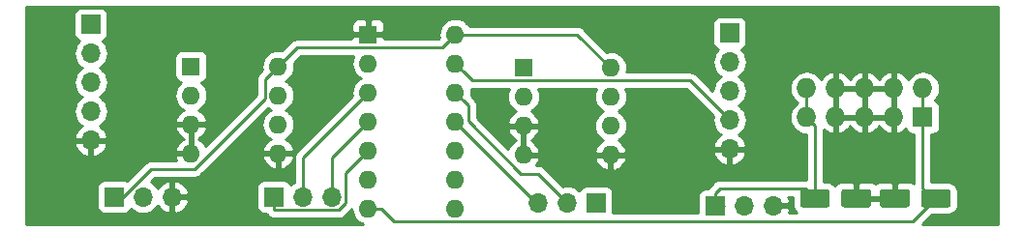
<source format=gbr>
G04 #@! TF.GenerationSoftware,KiCad,Pcbnew,(5.1.2-1)-1*
G04 #@! TF.CreationDate,2019-08-21T10:56:26-07:00*
G04 #@! TF.ProjectId,AS3360_VCA,41533333-3630-45f5-9643-412e6b696361,rev?*
G04 #@! TF.SameCoordinates,Original*
G04 #@! TF.FileFunction,Copper,L2,Bot*
G04 #@! TF.FilePolarity,Positive*
%FSLAX46Y46*%
G04 Gerber Fmt 4.6, Leading zero omitted, Abs format (unit mm)*
G04 Created by KiCad (PCBNEW (5.1.2-1)-1) date 2019-08-21 10:56:26*
%MOMM*%
%LPD*%
G04 APERTURE LIST*
%ADD10O,1.700000X1.700000*%
%ADD11R,1.700000X1.700000*%
%ADD12R,1.600000X1.600000*%
%ADD13O,1.600000X1.600000*%
%ADD14R,1.727200X1.727200*%
%ADD15O,1.727200X1.727200*%
%ADD16C,0.100000*%
%ADD17C,1.600000*%
%ADD18C,3.200001*%
%ADD19C,0.800000*%
%ADD20C,0.250000*%
%ADD21C,0.254000*%
G04 APERTURE END LIST*
D10*
X57150000Y-102489000D03*
X57150000Y-99949000D03*
X57150000Y-97409000D03*
X57150000Y-94869000D03*
D11*
X57150000Y-92329000D03*
X113030000Y-93091000D03*
D10*
X113030000Y-95631000D03*
X113030000Y-98171000D03*
X113030000Y-100711000D03*
X113030000Y-103251000D03*
X64262000Y-107442000D03*
X61722000Y-107442000D03*
D11*
X59182000Y-107442000D03*
D10*
X116840000Y-108204000D03*
X114300000Y-108204000D03*
D11*
X111760000Y-108204000D03*
X73152000Y-107442000D03*
D10*
X75692000Y-107442000D03*
X78232000Y-107442000D03*
D11*
X101346000Y-107950000D03*
D10*
X98806000Y-107950000D03*
X96266000Y-107950000D03*
D12*
X65913000Y-96012000D03*
D13*
X73533000Y-103632000D03*
X65913000Y-98552000D03*
X73533000Y-101092000D03*
X65913000Y-101092000D03*
X73533000Y-98552000D03*
X65913000Y-103632000D03*
X73533000Y-96012000D03*
D12*
X81407000Y-93218000D03*
D13*
X89027000Y-108458000D03*
X81407000Y-95758000D03*
X89027000Y-105918000D03*
X81407000Y-98298000D03*
X89027000Y-103378000D03*
X81407000Y-100838000D03*
X89027000Y-100838000D03*
X81407000Y-103378000D03*
X89027000Y-98298000D03*
X81407000Y-105918000D03*
X89027000Y-95758000D03*
X81407000Y-108458000D03*
X89027000Y-93218000D03*
D14*
X129921000Y-100457000D03*
D15*
X129921000Y-97917000D03*
X127381000Y-100457000D03*
X127381000Y-97917000D03*
X124841000Y-100457000D03*
X124841000Y-97917000D03*
X122301000Y-100457000D03*
X122301000Y-97917000D03*
X119761000Y-100457000D03*
X119761000Y-97917000D03*
D16*
G36*
X121575504Y-106770204D02*
G01*
X121599773Y-106773804D01*
X121623571Y-106779765D01*
X121646671Y-106788030D01*
X121668849Y-106798520D01*
X121689893Y-106811133D01*
X121709598Y-106825747D01*
X121727777Y-106842223D01*
X121744253Y-106860402D01*
X121758867Y-106880107D01*
X121771480Y-106901151D01*
X121781970Y-106923329D01*
X121790235Y-106946429D01*
X121796196Y-106970227D01*
X121799796Y-106994496D01*
X121801000Y-107019000D01*
X121801000Y-108119000D01*
X121799796Y-108143504D01*
X121796196Y-108167773D01*
X121790235Y-108191571D01*
X121781970Y-108214671D01*
X121771480Y-108236849D01*
X121758867Y-108257893D01*
X121744253Y-108277598D01*
X121727777Y-108295777D01*
X121709598Y-108312253D01*
X121689893Y-108326867D01*
X121668849Y-108339480D01*
X121646671Y-108349970D01*
X121623571Y-108358235D01*
X121599773Y-108364196D01*
X121575504Y-108367796D01*
X121551000Y-108369000D01*
X119451000Y-108369000D01*
X119426496Y-108367796D01*
X119402227Y-108364196D01*
X119378429Y-108358235D01*
X119355329Y-108349970D01*
X119333151Y-108339480D01*
X119312107Y-108326867D01*
X119292402Y-108312253D01*
X119274223Y-108295777D01*
X119257747Y-108277598D01*
X119243133Y-108257893D01*
X119230520Y-108236849D01*
X119220030Y-108214671D01*
X119211765Y-108191571D01*
X119205804Y-108167773D01*
X119202204Y-108143504D01*
X119201000Y-108119000D01*
X119201000Y-107019000D01*
X119202204Y-106994496D01*
X119205804Y-106970227D01*
X119211765Y-106946429D01*
X119220030Y-106923329D01*
X119230520Y-106901151D01*
X119243133Y-106880107D01*
X119257747Y-106860402D01*
X119274223Y-106842223D01*
X119292402Y-106825747D01*
X119312107Y-106811133D01*
X119333151Y-106798520D01*
X119355329Y-106788030D01*
X119378429Y-106779765D01*
X119402227Y-106773804D01*
X119426496Y-106770204D01*
X119451000Y-106769000D01*
X121551000Y-106769000D01*
X121575504Y-106770204D01*
X121575504Y-106770204D01*
G37*
D17*
X120501000Y-107569000D03*
D16*
G36*
X125175504Y-106770204D02*
G01*
X125199773Y-106773804D01*
X125223571Y-106779765D01*
X125246671Y-106788030D01*
X125268849Y-106798520D01*
X125289893Y-106811133D01*
X125309598Y-106825747D01*
X125327777Y-106842223D01*
X125344253Y-106860402D01*
X125358867Y-106880107D01*
X125371480Y-106901151D01*
X125381970Y-106923329D01*
X125390235Y-106946429D01*
X125396196Y-106970227D01*
X125399796Y-106994496D01*
X125401000Y-107019000D01*
X125401000Y-108119000D01*
X125399796Y-108143504D01*
X125396196Y-108167773D01*
X125390235Y-108191571D01*
X125381970Y-108214671D01*
X125371480Y-108236849D01*
X125358867Y-108257893D01*
X125344253Y-108277598D01*
X125327777Y-108295777D01*
X125309598Y-108312253D01*
X125289893Y-108326867D01*
X125268849Y-108339480D01*
X125246671Y-108349970D01*
X125223571Y-108358235D01*
X125199773Y-108364196D01*
X125175504Y-108367796D01*
X125151000Y-108369000D01*
X123051000Y-108369000D01*
X123026496Y-108367796D01*
X123002227Y-108364196D01*
X122978429Y-108358235D01*
X122955329Y-108349970D01*
X122933151Y-108339480D01*
X122912107Y-108326867D01*
X122892402Y-108312253D01*
X122874223Y-108295777D01*
X122857747Y-108277598D01*
X122843133Y-108257893D01*
X122830520Y-108236849D01*
X122820030Y-108214671D01*
X122811765Y-108191571D01*
X122805804Y-108167773D01*
X122802204Y-108143504D01*
X122801000Y-108119000D01*
X122801000Y-107019000D01*
X122802204Y-106994496D01*
X122805804Y-106970227D01*
X122811765Y-106946429D01*
X122820030Y-106923329D01*
X122830520Y-106901151D01*
X122843133Y-106880107D01*
X122857747Y-106860402D01*
X122874223Y-106842223D01*
X122892402Y-106825747D01*
X122912107Y-106811133D01*
X122933151Y-106798520D01*
X122955329Y-106788030D01*
X122978429Y-106779765D01*
X123002227Y-106773804D01*
X123026496Y-106770204D01*
X123051000Y-106769000D01*
X125151000Y-106769000D01*
X125175504Y-106770204D01*
X125175504Y-106770204D01*
G37*
D17*
X124101000Y-107569000D03*
D16*
G36*
X132138504Y-106770204D02*
G01*
X132162773Y-106773804D01*
X132186571Y-106779765D01*
X132209671Y-106788030D01*
X132231849Y-106798520D01*
X132252893Y-106811133D01*
X132272598Y-106825747D01*
X132290777Y-106842223D01*
X132307253Y-106860402D01*
X132321867Y-106880107D01*
X132334480Y-106901151D01*
X132344970Y-106923329D01*
X132353235Y-106946429D01*
X132359196Y-106970227D01*
X132362796Y-106994496D01*
X132364000Y-107019000D01*
X132364000Y-108119000D01*
X132362796Y-108143504D01*
X132359196Y-108167773D01*
X132353235Y-108191571D01*
X132344970Y-108214671D01*
X132334480Y-108236849D01*
X132321867Y-108257893D01*
X132307253Y-108277598D01*
X132290777Y-108295777D01*
X132272598Y-108312253D01*
X132252893Y-108326867D01*
X132231849Y-108339480D01*
X132209671Y-108349970D01*
X132186571Y-108358235D01*
X132162773Y-108364196D01*
X132138504Y-108367796D01*
X132114000Y-108369000D01*
X130014000Y-108369000D01*
X129989496Y-108367796D01*
X129965227Y-108364196D01*
X129941429Y-108358235D01*
X129918329Y-108349970D01*
X129896151Y-108339480D01*
X129875107Y-108326867D01*
X129855402Y-108312253D01*
X129837223Y-108295777D01*
X129820747Y-108277598D01*
X129806133Y-108257893D01*
X129793520Y-108236849D01*
X129783030Y-108214671D01*
X129774765Y-108191571D01*
X129768804Y-108167773D01*
X129765204Y-108143504D01*
X129764000Y-108119000D01*
X129764000Y-107019000D01*
X129765204Y-106994496D01*
X129768804Y-106970227D01*
X129774765Y-106946429D01*
X129783030Y-106923329D01*
X129793520Y-106901151D01*
X129806133Y-106880107D01*
X129820747Y-106860402D01*
X129837223Y-106842223D01*
X129855402Y-106825747D01*
X129875107Y-106811133D01*
X129896151Y-106798520D01*
X129918329Y-106788030D01*
X129941429Y-106779765D01*
X129965227Y-106773804D01*
X129989496Y-106770204D01*
X130014000Y-106769000D01*
X132114000Y-106769000D01*
X132138504Y-106770204D01*
X132138504Y-106770204D01*
G37*
D17*
X131064000Y-107569000D03*
D16*
G36*
X128538504Y-106770204D02*
G01*
X128562773Y-106773804D01*
X128586571Y-106779765D01*
X128609671Y-106788030D01*
X128631849Y-106798520D01*
X128652893Y-106811133D01*
X128672598Y-106825747D01*
X128690777Y-106842223D01*
X128707253Y-106860402D01*
X128721867Y-106880107D01*
X128734480Y-106901151D01*
X128744970Y-106923329D01*
X128753235Y-106946429D01*
X128759196Y-106970227D01*
X128762796Y-106994496D01*
X128764000Y-107019000D01*
X128764000Y-108119000D01*
X128762796Y-108143504D01*
X128759196Y-108167773D01*
X128753235Y-108191571D01*
X128744970Y-108214671D01*
X128734480Y-108236849D01*
X128721867Y-108257893D01*
X128707253Y-108277598D01*
X128690777Y-108295777D01*
X128672598Y-108312253D01*
X128652893Y-108326867D01*
X128631849Y-108339480D01*
X128609671Y-108349970D01*
X128586571Y-108358235D01*
X128562773Y-108364196D01*
X128538504Y-108367796D01*
X128514000Y-108369000D01*
X126414000Y-108369000D01*
X126389496Y-108367796D01*
X126365227Y-108364196D01*
X126341429Y-108358235D01*
X126318329Y-108349970D01*
X126296151Y-108339480D01*
X126275107Y-108326867D01*
X126255402Y-108312253D01*
X126237223Y-108295777D01*
X126220747Y-108277598D01*
X126206133Y-108257893D01*
X126193520Y-108236849D01*
X126183030Y-108214671D01*
X126174765Y-108191571D01*
X126168804Y-108167773D01*
X126165204Y-108143504D01*
X126164000Y-108119000D01*
X126164000Y-107019000D01*
X126165204Y-106994496D01*
X126168804Y-106970227D01*
X126174765Y-106946429D01*
X126183030Y-106923329D01*
X126193520Y-106901151D01*
X126206133Y-106880107D01*
X126220747Y-106860402D01*
X126237223Y-106842223D01*
X126255402Y-106825747D01*
X126275107Y-106811133D01*
X126296151Y-106798520D01*
X126318329Y-106788030D01*
X126341429Y-106779765D01*
X126365227Y-106773804D01*
X126389496Y-106770204D01*
X126414000Y-106769000D01*
X128514000Y-106769000D01*
X128538504Y-106770204D01*
X128538504Y-106770204D01*
G37*
D17*
X127464000Y-107569000D03*
D12*
X94996000Y-96139000D03*
D13*
X102616000Y-103759000D03*
X94996000Y-98679000D03*
X102616000Y-101219000D03*
X94996000Y-101219000D03*
X102616000Y-98679000D03*
X94996000Y-103759000D03*
X102616000Y-96139000D03*
D18*
X53340000Y-92710000D03*
X53340000Y-107950000D03*
X134620000Y-92710000D03*
X134620000Y-107950000D03*
D19*
X69723000Y-99060000D03*
X69342000Y-94107000D03*
X69850000Y-104013000D03*
D20*
X89826999Y-96557999D02*
X89027000Y-95758000D01*
X90533001Y-97264001D02*
X89826999Y-96557999D01*
X109583001Y-97264001D02*
X90533001Y-97264001D01*
X113030000Y-100711000D02*
X109583001Y-97264001D01*
X73152000Y-108542000D02*
X73152000Y-107442000D01*
X73227001Y-108617001D02*
X73152000Y-108542000D01*
X78796001Y-108617001D02*
X73227001Y-108617001D01*
X79407001Y-108006001D02*
X78796001Y-108617001D01*
X79407001Y-105377999D02*
X79407001Y-108006001D01*
X81407000Y-103378000D02*
X79407001Y-105377999D01*
X99695000Y-93218000D02*
X102616000Y-96139000D01*
X89027000Y-93218000D02*
X99695000Y-93218000D01*
X88227001Y-94017999D02*
X89027000Y-93218000D01*
X87901999Y-94343001D02*
X88227001Y-94017999D01*
X75201999Y-94343001D02*
X87901999Y-94343001D01*
X73533000Y-96012000D02*
X75201999Y-94343001D01*
X72733001Y-96811999D02*
X73533000Y-96012000D01*
X72407999Y-97137001D02*
X72733001Y-96811999D01*
X72407999Y-98802003D02*
X72407999Y-97137001D01*
X66181002Y-105029000D02*
X72407999Y-98802003D01*
X62395998Y-105029000D02*
X66181002Y-105029000D01*
X59982998Y-107442000D02*
X62395998Y-105029000D01*
X59182000Y-107442000D02*
X59982998Y-107442000D01*
X111760000Y-108204000D02*
X112560998Y-108204000D01*
X120523000Y-107652000D02*
X120479000Y-107696000D01*
X120501000Y-107569000D02*
X120501000Y-101197000D01*
X120501000Y-101197000D02*
X119761000Y-100457000D01*
X119761000Y-100457000D02*
X119761000Y-97790000D01*
X112165710Y-106698290D02*
X111760000Y-107104000D01*
X119630290Y-106698290D02*
X112165710Y-106698290D01*
X120501000Y-107569000D02*
X119630290Y-106698290D01*
X111760000Y-107104000D02*
X111760000Y-108204000D01*
X75692000Y-104013000D02*
X81407000Y-98298000D01*
X75692000Y-107442000D02*
X75692000Y-104013000D01*
X78232000Y-104013000D02*
X81407000Y-100838000D01*
X78232000Y-107442000D02*
X78232000Y-104013000D01*
X89826999Y-99097999D02*
X89027000Y-98298000D01*
X90152001Y-99423001D02*
X89826999Y-99097999D01*
X90152001Y-100820001D02*
X90152001Y-99423001D01*
X94741295Y-105409295D02*
X90152001Y-100820001D01*
X96265295Y-105409295D02*
X94741295Y-105409295D01*
X98806000Y-107950000D02*
X96265295Y-105409295D01*
X96139000Y-107950000D02*
X96266000Y-107950000D01*
X89027000Y-100838000D02*
X96139000Y-107950000D01*
X83663371Y-109583001D02*
X108095997Y-109583001D01*
X82538370Y-108458000D02*
X83663371Y-109583001D01*
X81407000Y-108458000D02*
X82538370Y-108458000D01*
X108095997Y-109583001D02*
X129049999Y-109583001D01*
X129049999Y-109583001D02*
X130937000Y-107696000D01*
X129921000Y-106680000D02*
X129921000Y-101570600D01*
X130937000Y-107696000D02*
X129921000Y-106680000D01*
X129921000Y-101570600D02*
X129921000Y-100584000D01*
X129921000Y-100584000D02*
X130048000Y-100457000D01*
X130048000Y-100457000D02*
X129921000Y-100330000D01*
X129921000Y-100330000D02*
X129921000Y-98044000D01*
D21*
G36*
X136500001Y-109830000D02*
G01*
X129877801Y-109830000D01*
X130700730Y-109007072D01*
X132114000Y-109007072D01*
X132287254Y-108990008D01*
X132453850Y-108939472D01*
X132607386Y-108857405D01*
X132741962Y-108746962D01*
X132852405Y-108612386D01*
X132934472Y-108458850D01*
X132985008Y-108292254D01*
X133002072Y-108119000D01*
X133002072Y-107019000D01*
X132985008Y-106845746D01*
X132934472Y-106679150D01*
X132852405Y-106525614D01*
X132741962Y-106391038D01*
X132607386Y-106280595D01*
X132453850Y-106198528D01*
X132287254Y-106147992D01*
X132114000Y-106130928D01*
X130681000Y-106130928D01*
X130681000Y-101958672D01*
X130784600Y-101958672D01*
X130909082Y-101946412D01*
X131028780Y-101910102D01*
X131139094Y-101851137D01*
X131235785Y-101771785D01*
X131315137Y-101675094D01*
X131374102Y-101564780D01*
X131410412Y-101445082D01*
X131422672Y-101320600D01*
X131422672Y-99593400D01*
X131410412Y-99468918D01*
X131374102Y-99349220D01*
X131315137Y-99238906D01*
X131235785Y-99142215D01*
X131139094Y-99062863D01*
X131028780Y-99003898D01*
X130977735Y-98988414D01*
X130985797Y-98981797D01*
X131173069Y-98753606D01*
X131312225Y-98493264D01*
X131397916Y-98210777D01*
X131426851Y-97917000D01*
X131397916Y-97623223D01*
X131312225Y-97340736D01*
X131173069Y-97080394D01*
X130985797Y-96852203D01*
X130757606Y-96664931D01*
X130497264Y-96525775D01*
X130214777Y-96440084D01*
X129994619Y-96418400D01*
X129847381Y-96418400D01*
X129627223Y-96440084D01*
X129344736Y-96525775D01*
X129084394Y-96664931D01*
X128856203Y-96852203D01*
X128668931Y-97080394D01*
X128645137Y-97124910D01*
X128587817Y-97028512D01*
X128391293Y-96810146D01*
X128155944Y-96634316D01*
X127890814Y-96507778D01*
X127740026Y-96462042D01*
X127508000Y-96583183D01*
X127508000Y-97790000D01*
X127528000Y-97790000D01*
X127528000Y-98044000D01*
X127508000Y-98044000D01*
X127508000Y-100330000D01*
X127528000Y-100330000D01*
X127528000Y-100584000D01*
X127508000Y-100584000D01*
X127508000Y-101790817D01*
X127740026Y-101911958D01*
X127890814Y-101866222D01*
X128155944Y-101739684D01*
X128391293Y-101563854D01*
X128448376Y-101500426D01*
X128467898Y-101564780D01*
X128526863Y-101675094D01*
X128606215Y-101771785D01*
X128702906Y-101851137D01*
X128813220Y-101910102D01*
X128932918Y-101946412D01*
X129057400Y-101958672D01*
X129161001Y-101958672D01*
X129161000Y-106273347D01*
X129118494Y-106238463D01*
X129008180Y-106179498D01*
X128888482Y-106143188D01*
X128764000Y-106130928D01*
X127749750Y-106134000D01*
X127591000Y-106292750D01*
X127591000Y-107442000D01*
X127611000Y-107442000D01*
X127611000Y-107696000D01*
X127591000Y-107696000D01*
X127591000Y-107716000D01*
X127337000Y-107716000D01*
X127337000Y-107696000D01*
X124228000Y-107696000D01*
X124228000Y-107716000D01*
X123974000Y-107716000D01*
X123974000Y-107696000D01*
X123954000Y-107696000D01*
X123954000Y-107442000D01*
X123974000Y-107442000D01*
X123974000Y-106292750D01*
X124228000Y-106292750D01*
X124228000Y-107442000D01*
X127337000Y-107442000D01*
X127337000Y-106292750D01*
X127178250Y-106134000D01*
X126164000Y-106130928D01*
X126039518Y-106143188D01*
X125919820Y-106179498D01*
X125809506Y-106238463D01*
X125782500Y-106260626D01*
X125755494Y-106238463D01*
X125645180Y-106179498D01*
X125525482Y-106143188D01*
X125401000Y-106130928D01*
X124386750Y-106134000D01*
X124228000Y-106292750D01*
X123974000Y-106292750D01*
X123815250Y-106134000D01*
X122801000Y-106130928D01*
X122676518Y-106143188D01*
X122556820Y-106179498D01*
X122446506Y-106238463D01*
X122349815Y-106317815D01*
X122270463Y-106414506D01*
X122241969Y-106467813D01*
X122178962Y-106391038D01*
X122044386Y-106280595D01*
X121890850Y-106198528D01*
X121724254Y-106147992D01*
X121551000Y-106130928D01*
X121261000Y-106130928D01*
X121261000Y-101530845D01*
X121290707Y-101563854D01*
X121526056Y-101739684D01*
X121791186Y-101866222D01*
X121941974Y-101911958D01*
X122174000Y-101790817D01*
X122174000Y-100584000D01*
X122428000Y-100584000D01*
X122428000Y-101790817D01*
X122660026Y-101911958D01*
X122810814Y-101866222D01*
X123075944Y-101739684D01*
X123311293Y-101563854D01*
X123507817Y-101345488D01*
X123571000Y-101239230D01*
X123634183Y-101345488D01*
X123830707Y-101563854D01*
X124066056Y-101739684D01*
X124331186Y-101866222D01*
X124481974Y-101911958D01*
X124714000Y-101790817D01*
X124714000Y-100584000D01*
X124968000Y-100584000D01*
X124968000Y-101790817D01*
X125200026Y-101911958D01*
X125350814Y-101866222D01*
X125615944Y-101739684D01*
X125851293Y-101563854D01*
X126047817Y-101345488D01*
X126111000Y-101239230D01*
X126174183Y-101345488D01*
X126370707Y-101563854D01*
X126606056Y-101739684D01*
X126871186Y-101866222D01*
X127021974Y-101911958D01*
X127254000Y-101790817D01*
X127254000Y-100584000D01*
X124968000Y-100584000D01*
X124714000Y-100584000D01*
X122428000Y-100584000D01*
X122174000Y-100584000D01*
X122154000Y-100584000D01*
X122154000Y-100330000D01*
X122174000Y-100330000D01*
X122174000Y-98044000D01*
X122428000Y-98044000D01*
X122428000Y-100330000D01*
X124714000Y-100330000D01*
X124714000Y-98044000D01*
X124968000Y-98044000D01*
X124968000Y-100330000D01*
X127254000Y-100330000D01*
X127254000Y-98044000D01*
X124968000Y-98044000D01*
X124714000Y-98044000D01*
X122428000Y-98044000D01*
X122174000Y-98044000D01*
X122154000Y-98044000D01*
X122154000Y-97790000D01*
X122174000Y-97790000D01*
X122174000Y-96583183D01*
X122428000Y-96583183D01*
X122428000Y-97790000D01*
X124714000Y-97790000D01*
X124714000Y-96583183D01*
X124968000Y-96583183D01*
X124968000Y-97790000D01*
X127254000Y-97790000D01*
X127254000Y-96583183D01*
X127021974Y-96462042D01*
X126871186Y-96507778D01*
X126606056Y-96634316D01*
X126370707Y-96810146D01*
X126174183Y-97028512D01*
X126111000Y-97134770D01*
X126047817Y-97028512D01*
X125851293Y-96810146D01*
X125615944Y-96634316D01*
X125350814Y-96507778D01*
X125200026Y-96462042D01*
X124968000Y-96583183D01*
X124714000Y-96583183D01*
X124481974Y-96462042D01*
X124331186Y-96507778D01*
X124066056Y-96634316D01*
X123830707Y-96810146D01*
X123634183Y-97028512D01*
X123571000Y-97134770D01*
X123507817Y-97028512D01*
X123311293Y-96810146D01*
X123075944Y-96634316D01*
X122810814Y-96507778D01*
X122660026Y-96462042D01*
X122428000Y-96583183D01*
X122174000Y-96583183D01*
X121941974Y-96462042D01*
X121791186Y-96507778D01*
X121526056Y-96634316D01*
X121290707Y-96810146D01*
X121094183Y-97028512D01*
X121036863Y-97124910D01*
X121013069Y-97080394D01*
X120825797Y-96852203D01*
X120597606Y-96664931D01*
X120337264Y-96525775D01*
X120054777Y-96440084D01*
X119834619Y-96418400D01*
X119687381Y-96418400D01*
X119467223Y-96440084D01*
X119184736Y-96525775D01*
X118924394Y-96664931D01*
X118696203Y-96852203D01*
X118508931Y-97080394D01*
X118369775Y-97340736D01*
X118284084Y-97623223D01*
X118255149Y-97917000D01*
X118284084Y-98210777D01*
X118369775Y-98493264D01*
X118508931Y-98753606D01*
X118696203Y-98981797D01*
X118924394Y-99169069D01*
X118957940Y-99187000D01*
X118924394Y-99204931D01*
X118696203Y-99392203D01*
X118508931Y-99620394D01*
X118369775Y-99880736D01*
X118284084Y-100163223D01*
X118255149Y-100457000D01*
X118284084Y-100750777D01*
X118369775Y-101033264D01*
X118508931Y-101293606D01*
X118696203Y-101521797D01*
X118924394Y-101709069D01*
X119184736Y-101848225D01*
X119467223Y-101933916D01*
X119687381Y-101955600D01*
X119741001Y-101955600D01*
X119741000Y-105945517D01*
X119667623Y-105938290D01*
X119667612Y-105938290D01*
X119630290Y-105934614D01*
X119592968Y-105938290D01*
X112203043Y-105938290D01*
X112165710Y-105934613D01*
X112128377Y-105938290D01*
X112016724Y-105949287D01*
X111873463Y-105992744D01*
X111741434Y-106063316D01*
X111625709Y-106158289D01*
X111601906Y-106187293D01*
X111249003Y-106540196D01*
X111219999Y-106563999D01*
X111179797Y-106612986D01*
X111125026Y-106679724D01*
X111105674Y-106715928D01*
X110910000Y-106715928D01*
X110785518Y-106728188D01*
X110665820Y-106764498D01*
X110555506Y-106823463D01*
X110458815Y-106902815D01*
X110379463Y-106999506D01*
X110320498Y-107109820D01*
X110284188Y-107229518D01*
X110271928Y-107354000D01*
X110271928Y-108823001D01*
X102831807Y-108823001D01*
X102834072Y-108800000D01*
X102834072Y-107100000D01*
X102821812Y-106975518D01*
X102785502Y-106855820D01*
X102726537Y-106745506D01*
X102647185Y-106648815D01*
X102550494Y-106569463D01*
X102440180Y-106510498D01*
X102320482Y-106474188D01*
X102196000Y-106461928D01*
X100496000Y-106461928D01*
X100371518Y-106474188D01*
X100251820Y-106510498D01*
X100141506Y-106569463D01*
X100044815Y-106648815D01*
X99965463Y-106745506D01*
X99906498Y-106855820D01*
X99885607Y-106924687D01*
X99861134Y-106894866D01*
X99635014Y-106709294D01*
X99377034Y-106571401D01*
X99097111Y-106486487D01*
X98878950Y-106465000D01*
X98733050Y-106465000D01*
X98514889Y-106486487D01*
X98440005Y-106509203D01*
X96829099Y-104898298D01*
X96805296Y-104869294D01*
X96689571Y-104774321D01*
X96557542Y-104703749D01*
X96414281Y-104660292D01*
X96302628Y-104649295D01*
X96302617Y-104649295D01*
X96265295Y-104645619D01*
X96227973Y-104649295D01*
X96113718Y-104649295D01*
X96227037Y-104496420D01*
X96347246Y-104242087D01*
X96387904Y-104108039D01*
X101224096Y-104108039D01*
X101264754Y-104242087D01*
X101384963Y-104496420D01*
X101552481Y-104722414D01*
X101760869Y-104911385D01*
X102002119Y-105056070D01*
X102266960Y-105150909D01*
X102489000Y-105029624D01*
X102489000Y-103886000D01*
X102743000Y-103886000D01*
X102743000Y-105029624D01*
X102965040Y-105150909D01*
X103229881Y-105056070D01*
X103471131Y-104911385D01*
X103679519Y-104722414D01*
X103847037Y-104496420D01*
X103967246Y-104242087D01*
X104007904Y-104108039D01*
X103885915Y-103886000D01*
X102743000Y-103886000D01*
X102489000Y-103886000D01*
X101346085Y-103886000D01*
X101224096Y-104108039D01*
X96387904Y-104108039D01*
X96265915Y-103886000D01*
X95123000Y-103886000D01*
X95123000Y-103906000D01*
X94869000Y-103906000D01*
X94869000Y-103886000D01*
X94849000Y-103886000D01*
X94849000Y-103632000D01*
X94869000Y-103632000D01*
X94869000Y-101346000D01*
X95123000Y-101346000D01*
X95123000Y-103632000D01*
X96265915Y-103632000D01*
X96387904Y-103409961D01*
X96347246Y-103275913D01*
X96227037Y-103021580D01*
X96059519Y-102795586D01*
X95851131Y-102606615D01*
X95655018Y-102489000D01*
X95851131Y-102371385D01*
X96059519Y-102182414D01*
X96227037Y-101956420D01*
X96347246Y-101702087D01*
X96387904Y-101568039D01*
X96265915Y-101346000D01*
X95123000Y-101346000D01*
X94869000Y-101346000D01*
X93726085Y-101346000D01*
X93604096Y-101568039D01*
X93644754Y-101702087D01*
X93764963Y-101956420D01*
X93932481Y-102182414D01*
X94140869Y-102371385D01*
X94336982Y-102489000D01*
X94140869Y-102606615D01*
X93932481Y-102795586D01*
X93764963Y-103021580D01*
X93656937Y-103250136D01*
X90912001Y-100505200D01*
X90912001Y-99460323D01*
X90915677Y-99423000D01*
X90912001Y-99385677D01*
X90912001Y-99385668D01*
X90901004Y-99274015D01*
X90857547Y-99130754D01*
X90786975Y-98998725D01*
X90692002Y-98883000D01*
X90662998Y-98859197D01*
X90427708Y-98623907D01*
X90441236Y-98579309D01*
X90468943Y-98298000D01*
X90441430Y-98018659D01*
X90533001Y-98027678D01*
X90570334Y-98024001D01*
X93718975Y-98024001D01*
X93663818Y-98127192D01*
X93581764Y-98397691D01*
X93554057Y-98679000D01*
X93581764Y-98960309D01*
X93663818Y-99230808D01*
X93797068Y-99480101D01*
X93976392Y-99698608D01*
X94194899Y-99877932D01*
X94332682Y-99951579D01*
X94140869Y-100066615D01*
X93932481Y-100255586D01*
X93764963Y-100481580D01*
X93644754Y-100735913D01*
X93604096Y-100869961D01*
X93726085Y-101092000D01*
X94869000Y-101092000D01*
X94869000Y-101072000D01*
X95123000Y-101072000D01*
X95123000Y-101092000D01*
X96265915Y-101092000D01*
X96387904Y-100869961D01*
X96347246Y-100735913D01*
X96227037Y-100481580D01*
X96059519Y-100255586D01*
X95851131Y-100066615D01*
X95659318Y-99951579D01*
X95797101Y-99877932D01*
X96015608Y-99698608D01*
X96194932Y-99480101D01*
X96328182Y-99230808D01*
X96410236Y-98960309D01*
X96437943Y-98679000D01*
X96410236Y-98397691D01*
X96328182Y-98127192D01*
X96273025Y-98024001D01*
X101338975Y-98024001D01*
X101283818Y-98127192D01*
X101201764Y-98397691D01*
X101174057Y-98679000D01*
X101201764Y-98960309D01*
X101283818Y-99230808D01*
X101417068Y-99480101D01*
X101596392Y-99698608D01*
X101814899Y-99877932D01*
X101947858Y-99949000D01*
X101814899Y-100020068D01*
X101596392Y-100199392D01*
X101417068Y-100417899D01*
X101283818Y-100667192D01*
X101201764Y-100937691D01*
X101174057Y-101219000D01*
X101201764Y-101500309D01*
X101283818Y-101770808D01*
X101417068Y-102020101D01*
X101596392Y-102238608D01*
X101814899Y-102417932D01*
X101952682Y-102491579D01*
X101760869Y-102606615D01*
X101552481Y-102795586D01*
X101384963Y-103021580D01*
X101264754Y-103275913D01*
X101224096Y-103409961D01*
X101346085Y-103632000D01*
X102489000Y-103632000D01*
X102489000Y-103612000D01*
X102743000Y-103612000D01*
X102743000Y-103632000D01*
X103885915Y-103632000D01*
X103899161Y-103607890D01*
X111588524Y-103607890D01*
X111633175Y-103755099D01*
X111758359Y-104017920D01*
X111932412Y-104251269D01*
X112148645Y-104446178D01*
X112398748Y-104595157D01*
X112673109Y-104692481D01*
X112903000Y-104571814D01*
X112903000Y-103378000D01*
X113157000Y-103378000D01*
X113157000Y-104571814D01*
X113386891Y-104692481D01*
X113661252Y-104595157D01*
X113911355Y-104446178D01*
X114127588Y-104251269D01*
X114301641Y-104017920D01*
X114426825Y-103755099D01*
X114471476Y-103607890D01*
X114350155Y-103378000D01*
X113157000Y-103378000D01*
X112903000Y-103378000D01*
X111709845Y-103378000D01*
X111588524Y-103607890D01*
X103899161Y-103607890D01*
X104007904Y-103409961D01*
X103967246Y-103275913D01*
X103847037Y-103021580D01*
X103679519Y-102795586D01*
X103471131Y-102606615D01*
X103279318Y-102491579D01*
X103417101Y-102417932D01*
X103635608Y-102238608D01*
X103814932Y-102020101D01*
X103948182Y-101770808D01*
X104030236Y-101500309D01*
X104057943Y-101219000D01*
X104030236Y-100937691D01*
X103948182Y-100667192D01*
X103814932Y-100417899D01*
X103635608Y-100199392D01*
X103417101Y-100020068D01*
X103284142Y-99949000D01*
X103417101Y-99877932D01*
X103635608Y-99698608D01*
X103814932Y-99480101D01*
X103948182Y-99230808D01*
X104030236Y-98960309D01*
X104057943Y-98679000D01*
X104030236Y-98397691D01*
X103948182Y-98127192D01*
X103893025Y-98024001D01*
X109268200Y-98024001D01*
X111589203Y-100345005D01*
X111566487Y-100419889D01*
X111537815Y-100711000D01*
X111566487Y-101002111D01*
X111651401Y-101282034D01*
X111789294Y-101540014D01*
X111974866Y-101766134D01*
X112200986Y-101951706D01*
X112265523Y-101986201D01*
X112148645Y-102055822D01*
X111932412Y-102250731D01*
X111758359Y-102484080D01*
X111633175Y-102746901D01*
X111588524Y-102894110D01*
X111709845Y-103124000D01*
X112903000Y-103124000D01*
X112903000Y-103104000D01*
X113157000Y-103104000D01*
X113157000Y-103124000D01*
X114350155Y-103124000D01*
X114471476Y-102894110D01*
X114426825Y-102746901D01*
X114301641Y-102484080D01*
X114127588Y-102250731D01*
X113911355Y-102055822D01*
X113794477Y-101986201D01*
X113859014Y-101951706D01*
X114085134Y-101766134D01*
X114270706Y-101540014D01*
X114408599Y-101282034D01*
X114493513Y-101002111D01*
X114522185Y-100711000D01*
X114493513Y-100419889D01*
X114408599Y-100139966D01*
X114270706Y-99881986D01*
X114085134Y-99655866D01*
X113859014Y-99470294D01*
X113804209Y-99441000D01*
X113859014Y-99411706D01*
X114085134Y-99226134D01*
X114270706Y-99000014D01*
X114408599Y-98742034D01*
X114493513Y-98462111D01*
X114522185Y-98171000D01*
X114493513Y-97879889D01*
X114408599Y-97599966D01*
X114270706Y-97341986D01*
X114085134Y-97115866D01*
X113859014Y-96930294D01*
X113804209Y-96901000D01*
X113859014Y-96871706D01*
X114085134Y-96686134D01*
X114270706Y-96460014D01*
X114408599Y-96202034D01*
X114493513Y-95922111D01*
X114522185Y-95631000D01*
X114493513Y-95339889D01*
X114408599Y-95059966D01*
X114270706Y-94801986D01*
X114085134Y-94575866D01*
X114055313Y-94551393D01*
X114124180Y-94530502D01*
X114234494Y-94471537D01*
X114331185Y-94392185D01*
X114410537Y-94295494D01*
X114469502Y-94185180D01*
X114505812Y-94065482D01*
X114518072Y-93941000D01*
X114518072Y-92241000D01*
X114505812Y-92116518D01*
X114469502Y-91996820D01*
X114410537Y-91886506D01*
X114331185Y-91789815D01*
X114234494Y-91710463D01*
X114124180Y-91651498D01*
X114004482Y-91615188D01*
X113880000Y-91602928D01*
X112180000Y-91602928D01*
X112055518Y-91615188D01*
X111935820Y-91651498D01*
X111825506Y-91710463D01*
X111728815Y-91789815D01*
X111649463Y-91886506D01*
X111590498Y-91996820D01*
X111554188Y-92116518D01*
X111541928Y-92241000D01*
X111541928Y-93941000D01*
X111554188Y-94065482D01*
X111590498Y-94185180D01*
X111649463Y-94295494D01*
X111728815Y-94392185D01*
X111825506Y-94471537D01*
X111935820Y-94530502D01*
X112004687Y-94551393D01*
X111974866Y-94575866D01*
X111789294Y-94801986D01*
X111651401Y-95059966D01*
X111566487Y-95339889D01*
X111537815Y-95631000D01*
X111566487Y-95922111D01*
X111651401Y-96202034D01*
X111789294Y-96460014D01*
X111974866Y-96686134D01*
X112200986Y-96871706D01*
X112255791Y-96901000D01*
X112200986Y-96930294D01*
X111974866Y-97115866D01*
X111789294Y-97341986D01*
X111651401Y-97599966D01*
X111566487Y-97879889D01*
X111540235Y-98146433D01*
X110146805Y-96753004D01*
X110123002Y-96724000D01*
X110007277Y-96629027D01*
X109875248Y-96558455D01*
X109731987Y-96514998D01*
X109620334Y-96504001D01*
X109620323Y-96504001D01*
X109583001Y-96500325D01*
X109545679Y-96504001D01*
X104004849Y-96504001D01*
X104030236Y-96420309D01*
X104057943Y-96139000D01*
X104030236Y-95857691D01*
X103948182Y-95587192D01*
X103814932Y-95337899D01*
X103635608Y-95119392D01*
X103417101Y-94940068D01*
X103167808Y-94806818D01*
X102897309Y-94724764D01*
X102686492Y-94704000D01*
X102545508Y-94704000D01*
X102334691Y-94724764D01*
X102290094Y-94738292D01*
X100258804Y-92707003D01*
X100235001Y-92677999D01*
X100119276Y-92583026D01*
X99987247Y-92512454D01*
X99843986Y-92468997D01*
X99732333Y-92458000D01*
X99732322Y-92458000D01*
X99695000Y-92454324D01*
X99657678Y-92458000D01*
X90247901Y-92458000D01*
X90225932Y-92416899D01*
X90046608Y-92198392D01*
X89828101Y-92019068D01*
X89578808Y-91885818D01*
X89308309Y-91803764D01*
X89097492Y-91783000D01*
X88956508Y-91783000D01*
X88745691Y-91803764D01*
X88475192Y-91885818D01*
X88225899Y-92019068D01*
X88007392Y-92198392D01*
X87828068Y-92416899D01*
X87694818Y-92666192D01*
X87612764Y-92936691D01*
X87585057Y-93218000D01*
X87612764Y-93499309D01*
X87626292Y-93543907D01*
X87587198Y-93583001D01*
X82842473Y-93583001D01*
X82842000Y-93503750D01*
X82683250Y-93345000D01*
X81534000Y-93345000D01*
X81534000Y-93365000D01*
X81280000Y-93365000D01*
X81280000Y-93345000D01*
X80130750Y-93345000D01*
X79972000Y-93503750D01*
X79971527Y-93583001D01*
X75239321Y-93583001D01*
X75201998Y-93579325D01*
X75164676Y-93583001D01*
X75164666Y-93583001D01*
X75053013Y-93593998D01*
X74909752Y-93637455D01*
X74777722Y-93708027D01*
X74694082Y-93776669D01*
X74661998Y-93803000D01*
X74638200Y-93831998D01*
X73858906Y-94611292D01*
X73814309Y-94597764D01*
X73603492Y-94577000D01*
X73462508Y-94577000D01*
X73251691Y-94597764D01*
X72981192Y-94679818D01*
X72731899Y-94813068D01*
X72513392Y-94992392D01*
X72334068Y-95210899D01*
X72200818Y-95460192D01*
X72118764Y-95730691D01*
X72091057Y-96012000D01*
X72118764Y-96293309D01*
X72132292Y-96337907D01*
X71896997Y-96573202D01*
X71867999Y-96597000D01*
X71844201Y-96625998D01*
X71844200Y-96625999D01*
X71773025Y-96712725D01*
X71702453Y-96844755D01*
X71689335Y-96888002D01*
X71658997Y-96988015D01*
X71648934Y-97090182D01*
X71644323Y-97137001D01*
X71648000Y-97174333D01*
X71647999Y-98487201D01*
X67175035Y-102960165D01*
X67144037Y-102894580D01*
X66976519Y-102668586D01*
X66768131Y-102479615D01*
X66572018Y-102362000D01*
X66768131Y-102244385D01*
X66976519Y-102055414D01*
X67144037Y-101829420D01*
X67264246Y-101575087D01*
X67304904Y-101441039D01*
X67182915Y-101219000D01*
X66040000Y-101219000D01*
X66040000Y-103505000D01*
X66060000Y-103505000D01*
X66060000Y-103759000D01*
X66040000Y-103759000D01*
X66040000Y-103779000D01*
X65786000Y-103779000D01*
X65786000Y-103759000D01*
X64643085Y-103759000D01*
X64521096Y-103981039D01*
X64561754Y-104115087D01*
X64634500Y-104269000D01*
X62433320Y-104269000D01*
X62395997Y-104265324D01*
X62358674Y-104269000D01*
X62358665Y-104269000D01*
X62247012Y-104279997D01*
X62103751Y-104323454D01*
X61971722Y-104394026D01*
X61855997Y-104488999D01*
X61832199Y-104517997D01*
X60322787Y-106027410D01*
X60276180Y-106002498D01*
X60156482Y-105966188D01*
X60032000Y-105953928D01*
X58332000Y-105953928D01*
X58207518Y-105966188D01*
X58087820Y-106002498D01*
X57977506Y-106061463D01*
X57880815Y-106140815D01*
X57801463Y-106237506D01*
X57742498Y-106347820D01*
X57706188Y-106467518D01*
X57693928Y-106592000D01*
X57693928Y-108292000D01*
X57706188Y-108416482D01*
X57742498Y-108536180D01*
X57801463Y-108646494D01*
X57880815Y-108743185D01*
X57977506Y-108822537D01*
X58087820Y-108881502D01*
X58207518Y-108917812D01*
X58332000Y-108930072D01*
X60032000Y-108930072D01*
X60156482Y-108917812D01*
X60276180Y-108881502D01*
X60386494Y-108822537D01*
X60483185Y-108743185D01*
X60562537Y-108646494D01*
X60621502Y-108536180D01*
X60642393Y-108467313D01*
X60666866Y-108497134D01*
X60892986Y-108682706D01*
X61150966Y-108820599D01*
X61430889Y-108905513D01*
X61649050Y-108927000D01*
X61794950Y-108927000D01*
X62013111Y-108905513D01*
X62293034Y-108820599D01*
X62551014Y-108682706D01*
X62777134Y-108497134D01*
X62962706Y-108271014D01*
X62997201Y-108206477D01*
X63066822Y-108323355D01*
X63261731Y-108539588D01*
X63495080Y-108713641D01*
X63757901Y-108838825D01*
X63905110Y-108883476D01*
X64135000Y-108762155D01*
X64135000Y-107569000D01*
X64389000Y-107569000D01*
X64389000Y-108762155D01*
X64618890Y-108883476D01*
X64766099Y-108838825D01*
X65028920Y-108713641D01*
X65262269Y-108539588D01*
X65457178Y-108323355D01*
X65606157Y-108073252D01*
X65703481Y-107798891D01*
X65582814Y-107569000D01*
X64389000Y-107569000D01*
X64135000Y-107569000D01*
X64115000Y-107569000D01*
X64115000Y-107315000D01*
X64135000Y-107315000D01*
X64135000Y-106121845D01*
X64389000Y-106121845D01*
X64389000Y-107315000D01*
X65582814Y-107315000D01*
X65703481Y-107085109D01*
X65606157Y-106810748D01*
X65457178Y-106560645D01*
X65262269Y-106344412D01*
X65028920Y-106170359D01*
X64766099Y-106045175D01*
X64618890Y-106000524D01*
X64389000Y-106121845D01*
X64135000Y-106121845D01*
X63905110Y-106000524D01*
X63757901Y-106045175D01*
X63495080Y-106170359D01*
X63261731Y-106344412D01*
X63066822Y-106560645D01*
X62997201Y-106677523D01*
X62962706Y-106612986D01*
X62777134Y-106386866D01*
X62551014Y-106201294D01*
X62386461Y-106113339D01*
X62710800Y-105789000D01*
X66143680Y-105789000D01*
X66181002Y-105792676D01*
X66218324Y-105789000D01*
X66218335Y-105789000D01*
X66329988Y-105778003D01*
X66473249Y-105734546D01*
X66605278Y-105663974D01*
X66721003Y-105569001D01*
X66744806Y-105539997D01*
X68303764Y-103981039D01*
X72141096Y-103981039D01*
X72181754Y-104115087D01*
X72301963Y-104369420D01*
X72469481Y-104595414D01*
X72677869Y-104784385D01*
X72919119Y-104929070D01*
X73183960Y-105023909D01*
X73406000Y-104902624D01*
X73406000Y-103759000D01*
X73660000Y-103759000D01*
X73660000Y-104902624D01*
X73882040Y-105023909D01*
X74146881Y-104929070D01*
X74388131Y-104784385D01*
X74596519Y-104595414D01*
X74764037Y-104369420D01*
X74884246Y-104115087D01*
X74924904Y-103981039D01*
X74802915Y-103759000D01*
X73660000Y-103759000D01*
X73406000Y-103759000D01*
X72263085Y-103759000D01*
X72141096Y-103981039D01*
X68303764Y-103981039D01*
X72623133Y-99661670D01*
X72731899Y-99750932D01*
X72864858Y-99822000D01*
X72731899Y-99893068D01*
X72513392Y-100072392D01*
X72334068Y-100290899D01*
X72200818Y-100540192D01*
X72118764Y-100810691D01*
X72091057Y-101092000D01*
X72118764Y-101373309D01*
X72200818Y-101643808D01*
X72334068Y-101893101D01*
X72513392Y-102111608D01*
X72731899Y-102290932D01*
X72869682Y-102364579D01*
X72677869Y-102479615D01*
X72469481Y-102668586D01*
X72301963Y-102894580D01*
X72181754Y-103148913D01*
X72141096Y-103282961D01*
X72263085Y-103505000D01*
X73406000Y-103505000D01*
X73406000Y-103485000D01*
X73660000Y-103485000D01*
X73660000Y-103505000D01*
X74802915Y-103505000D01*
X74924904Y-103282961D01*
X74884246Y-103148913D01*
X74764037Y-102894580D01*
X74596519Y-102668586D01*
X74388131Y-102479615D01*
X74196318Y-102364579D01*
X74334101Y-102290932D01*
X74552608Y-102111608D01*
X74731932Y-101893101D01*
X74865182Y-101643808D01*
X74947236Y-101373309D01*
X74974943Y-101092000D01*
X74947236Y-100810691D01*
X74865182Y-100540192D01*
X74731932Y-100290899D01*
X74552608Y-100072392D01*
X74334101Y-99893068D01*
X74201142Y-99822000D01*
X74334101Y-99750932D01*
X74552608Y-99571608D01*
X74731932Y-99353101D01*
X74865182Y-99103808D01*
X74947236Y-98833309D01*
X74974943Y-98552000D01*
X74947236Y-98270691D01*
X74865182Y-98000192D01*
X74731932Y-97750899D01*
X74552608Y-97532392D01*
X74334101Y-97353068D01*
X74201142Y-97282000D01*
X74334101Y-97210932D01*
X74552608Y-97031608D01*
X74731932Y-96813101D01*
X74865182Y-96563808D01*
X74947236Y-96293309D01*
X74974943Y-96012000D01*
X74947236Y-95730691D01*
X74933708Y-95686094D01*
X75516801Y-95103001D01*
X80129975Y-95103001D01*
X80074818Y-95206192D01*
X79992764Y-95476691D01*
X79965057Y-95758000D01*
X79992764Y-96039309D01*
X80074818Y-96309808D01*
X80208068Y-96559101D01*
X80387392Y-96777608D01*
X80605899Y-96956932D01*
X80738858Y-97028000D01*
X80605899Y-97099068D01*
X80387392Y-97278392D01*
X80208068Y-97496899D01*
X80074818Y-97746192D01*
X79992764Y-98016691D01*
X79965057Y-98298000D01*
X79992764Y-98579309D01*
X80006292Y-98623906D01*
X75180998Y-103449201D01*
X75152000Y-103472999D01*
X75128202Y-103501997D01*
X75128201Y-103501998D01*
X75057026Y-103588724D01*
X74986454Y-103720754D01*
X74976036Y-103755099D01*
X74942998Y-103864014D01*
X74932001Y-103975667D01*
X74928324Y-104013000D01*
X74932001Y-104050332D01*
X74932000Y-106164405D01*
X74862986Y-106201294D01*
X74636866Y-106386866D01*
X74612393Y-106416687D01*
X74591502Y-106347820D01*
X74532537Y-106237506D01*
X74453185Y-106140815D01*
X74356494Y-106061463D01*
X74246180Y-106002498D01*
X74126482Y-105966188D01*
X74002000Y-105953928D01*
X72302000Y-105953928D01*
X72177518Y-105966188D01*
X72057820Y-106002498D01*
X71947506Y-106061463D01*
X71850815Y-106140815D01*
X71771463Y-106237506D01*
X71712498Y-106347820D01*
X71676188Y-106467518D01*
X71663928Y-106592000D01*
X71663928Y-108292000D01*
X71676188Y-108416482D01*
X71712498Y-108536180D01*
X71771463Y-108646494D01*
X71850815Y-108743185D01*
X71947506Y-108822537D01*
X72057820Y-108881502D01*
X72177518Y-108917812D01*
X72302000Y-108930072D01*
X72497674Y-108930072D01*
X72517026Y-108966276D01*
X72547986Y-109004000D01*
X72611999Y-109082001D01*
X72641000Y-109105802D01*
X72663200Y-109128002D01*
X72687000Y-109157002D01*
X72802725Y-109251975D01*
X72934754Y-109322547D01*
X73078015Y-109366004D01*
X73189668Y-109377001D01*
X73189678Y-109377001D01*
X73227000Y-109380677D01*
X73264323Y-109377001D01*
X78758679Y-109377001D01*
X78796001Y-109380677D01*
X78833323Y-109377001D01*
X78833334Y-109377001D01*
X78944987Y-109366004D01*
X79088248Y-109322547D01*
X79220277Y-109251975D01*
X79336002Y-109157002D01*
X79359804Y-109127999D01*
X79918009Y-108569796D01*
X79947002Y-108546002D01*
X79970796Y-108517009D01*
X79970800Y-108517005D01*
X79970861Y-108516930D01*
X79992764Y-108739309D01*
X80074818Y-109009808D01*
X80208068Y-109259101D01*
X80387392Y-109477608D01*
X80605899Y-109656932D01*
X80855192Y-109790182D01*
X80986456Y-109830000D01*
X51460000Y-109830000D01*
X51460000Y-102845890D01*
X55708524Y-102845890D01*
X55753175Y-102993099D01*
X55878359Y-103255920D01*
X56052412Y-103489269D01*
X56268645Y-103684178D01*
X56518748Y-103833157D01*
X56793109Y-103930481D01*
X57023000Y-103809814D01*
X57023000Y-102616000D01*
X57277000Y-102616000D01*
X57277000Y-103809814D01*
X57506891Y-103930481D01*
X57781252Y-103833157D01*
X58031355Y-103684178D01*
X58247588Y-103489269D01*
X58421641Y-103255920D01*
X58546825Y-102993099D01*
X58591476Y-102845890D01*
X58470155Y-102616000D01*
X57277000Y-102616000D01*
X57023000Y-102616000D01*
X55829845Y-102616000D01*
X55708524Y-102845890D01*
X51460000Y-102845890D01*
X51460000Y-94869000D01*
X55657815Y-94869000D01*
X55686487Y-95160111D01*
X55771401Y-95440034D01*
X55909294Y-95698014D01*
X56094866Y-95924134D01*
X56320986Y-96109706D01*
X56375791Y-96139000D01*
X56320986Y-96168294D01*
X56094866Y-96353866D01*
X55909294Y-96579986D01*
X55771401Y-96837966D01*
X55686487Y-97117889D01*
X55657815Y-97409000D01*
X55686487Y-97700111D01*
X55771401Y-97980034D01*
X55909294Y-98238014D01*
X56094866Y-98464134D01*
X56320986Y-98649706D01*
X56375791Y-98679000D01*
X56320986Y-98708294D01*
X56094866Y-98893866D01*
X55909294Y-99119986D01*
X55771401Y-99377966D01*
X55686487Y-99657889D01*
X55657815Y-99949000D01*
X55686487Y-100240111D01*
X55771401Y-100520034D01*
X55909294Y-100778014D01*
X56094866Y-101004134D01*
X56320986Y-101189706D01*
X56385523Y-101224201D01*
X56268645Y-101293822D01*
X56052412Y-101488731D01*
X55878359Y-101722080D01*
X55753175Y-101984901D01*
X55708524Y-102132110D01*
X55829845Y-102362000D01*
X57023000Y-102362000D01*
X57023000Y-102342000D01*
X57277000Y-102342000D01*
X57277000Y-102362000D01*
X58470155Y-102362000D01*
X58591476Y-102132110D01*
X58546825Y-101984901D01*
X58421641Y-101722080D01*
X58247588Y-101488731D01*
X58194679Y-101441039D01*
X64521096Y-101441039D01*
X64561754Y-101575087D01*
X64681963Y-101829420D01*
X64849481Y-102055414D01*
X65057869Y-102244385D01*
X65253982Y-102362000D01*
X65057869Y-102479615D01*
X64849481Y-102668586D01*
X64681963Y-102894580D01*
X64561754Y-103148913D01*
X64521096Y-103282961D01*
X64643085Y-103505000D01*
X65786000Y-103505000D01*
X65786000Y-101219000D01*
X64643085Y-101219000D01*
X64521096Y-101441039D01*
X58194679Y-101441039D01*
X58031355Y-101293822D01*
X57914477Y-101224201D01*
X57979014Y-101189706D01*
X58205134Y-101004134D01*
X58390706Y-100778014D01*
X58528599Y-100520034D01*
X58613513Y-100240111D01*
X58642185Y-99949000D01*
X58613513Y-99657889D01*
X58528599Y-99377966D01*
X58390706Y-99119986D01*
X58205134Y-98893866D01*
X57979014Y-98708294D01*
X57924209Y-98679000D01*
X57979014Y-98649706D01*
X58098069Y-98552000D01*
X64471057Y-98552000D01*
X64498764Y-98833309D01*
X64580818Y-99103808D01*
X64714068Y-99353101D01*
X64893392Y-99571608D01*
X65111899Y-99750932D01*
X65249682Y-99824579D01*
X65057869Y-99939615D01*
X64849481Y-100128586D01*
X64681963Y-100354580D01*
X64561754Y-100608913D01*
X64521096Y-100742961D01*
X64643085Y-100965000D01*
X65786000Y-100965000D01*
X65786000Y-100945000D01*
X66040000Y-100945000D01*
X66040000Y-100965000D01*
X67182915Y-100965000D01*
X67304904Y-100742961D01*
X67264246Y-100608913D01*
X67144037Y-100354580D01*
X66976519Y-100128586D01*
X66768131Y-99939615D01*
X66576318Y-99824579D01*
X66714101Y-99750932D01*
X66932608Y-99571608D01*
X67111932Y-99353101D01*
X67245182Y-99103808D01*
X67327236Y-98833309D01*
X67354943Y-98552000D01*
X67327236Y-98270691D01*
X67245182Y-98000192D01*
X67111932Y-97750899D01*
X66932608Y-97532392D01*
X66819518Y-97439581D01*
X66837482Y-97437812D01*
X66957180Y-97401502D01*
X67067494Y-97342537D01*
X67164185Y-97263185D01*
X67243537Y-97166494D01*
X67302502Y-97056180D01*
X67338812Y-96936482D01*
X67351072Y-96812000D01*
X67351072Y-95212000D01*
X67338812Y-95087518D01*
X67302502Y-94967820D01*
X67243537Y-94857506D01*
X67164185Y-94760815D01*
X67067494Y-94681463D01*
X66957180Y-94622498D01*
X66837482Y-94586188D01*
X66713000Y-94573928D01*
X65113000Y-94573928D01*
X64988518Y-94586188D01*
X64868820Y-94622498D01*
X64758506Y-94681463D01*
X64661815Y-94760815D01*
X64582463Y-94857506D01*
X64523498Y-94967820D01*
X64487188Y-95087518D01*
X64474928Y-95212000D01*
X64474928Y-96812000D01*
X64487188Y-96936482D01*
X64523498Y-97056180D01*
X64582463Y-97166494D01*
X64661815Y-97263185D01*
X64758506Y-97342537D01*
X64868820Y-97401502D01*
X64988518Y-97437812D01*
X65006482Y-97439581D01*
X64893392Y-97532392D01*
X64714068Y-97750899D01*
X64580818Y-98000192D01*
X64498764Y-98270691D01*
X64471057Y-98552000D01*
X58098069Y-98552000D01*
X58205134Y-98464134D01*
X58390706Y-98238014D01*
X58528599Y-97980034D01*
X58613513Y-97700111D01*
X58642185Y-97409000D01*
X58613513Y-97117889D01*
X58528599Y-96837966D01*
X58390706Y-96579986D01*
X58205134Y-96353866D01*
X57979014Y-96168294D01*
X57924209Y-96139000D01*
X57979014Y-96109706D01*
X58205134Y-95924134D01*
X58390706Y-95698014D01*
X58528599Y-95440034D01*
X58613513Y-95160111D01*
X58642185Y-94869000D01*
X58613513Y-94577889D01*
X58528599Y-94297966D01*
X58390706Y-94039986D01*
X58205134Y-93813866D01*
X58175313Y-93789393D01*
X58244180Y-93768502D01*
X58354494Y-93709537D01*
X58451185Y-93630185D01*
X58530537Y-93533494D01*
X58589502Y-93423180D01*
X58625812Y-93303482D01*
X58638072Y-93179000D01*
X58638072Y-92418000D01*
X79968928Y-92418000D01*
X79972000Y-92932250D01*
X80130750Y-93091000D01*
X81280000Y-93091000D01*
X81280000Y-91941750D01*
X81534000Y-91941750D01*
X81534000Y-93091000D01*
X82683250Y-93091000D01*
X82842000Y-92932250D01*
X82845072Y-92418000D01*
X82832812Y-92293518D01*
X82796502Y-92173820D01*
X82737537Y-92063506D01*
X82658185Y-91966815D01*
X82561494Y-91887463D01*
X82451180Y-91828498D01*
X82331482Y-91792188D01*
X82207000Y-91779928D01*
X81692750Y-91783000D01*
X81534000Y-91941750D01*
X81280000Y-91941750D01*
X81121250Y-91783000D01*
X80607000Y-91779928D01*
X80482518Y-91792188D01*
X80362820Y-91828498D01*
X80252506Y-91887463D01*
X80155815Y-91966815D01*
X80076463Y-92063506D01*
X80017498Y-92173820D01*
X79981188Y-92293518D01*
X79968928Y-92418000D01*
X58638072Y-92418000D01*
X58638072Y-91479000D01*
X58625812Y-91354518D01*
X58589502Y-91234820D01*
X58530537Y-91124506D01*
X58451185Y-91027815D01*
X58354494Y-90948463D01*
X58244180Y-90889498D01*
X58124482Y-90853188D01*
X58000000Y-90840928D01*
X56300000Y-90840928D01*
X56175518Y-90853188D01*
X56055820Y-90889498D01*
X55945506Y-90948463D01*
X55848815Y-91027815D01*
X55769463Y-91124506D01*
X55710498Y-91234820D01*
X55674188Y-91354518D01*
X55661928Y-91479000D01*
X55661928Y-93179000D01*
X55674188Y-93303482D01*
X55710498Y-93423180D01*
X55769463Y-93533494D01*
X55848815Y-93630185D01*
X55945506Y-93709537D01*
X56055820Y-93768502D01*
X56124687Y-93789393D01*
X56094866Y-93813866D01*
X55909294Y-94039986D01*
X55771401Y-94297966D01*
X55686487Y-94577889D01*
X55657815Y-94869000D01*
X51460000Y-94869000D01*
X51460000Y-90830000D01*
X136500000Y-90830000D01*
X136500001Y-109830000D01*
X136500001Y-109830000D01*
G37*
X136500001Y-109830000D02*
X129877801Y-109830000D01*
X130700730Y-109007072D01*
X132114000Y-109007072D01*
X132287254Y-108990008D01*
X132453850Y-108939472D01*
X132607386Y-108857405D01*
X132741962Y-108746962D01*
X132852405Y-108612386D01*
X132934472Y-108458850D01*
X132985008Y-108292254D01*
X133002072Y-108119000D01*
X133002072Y-107019000D01*
X132985008Y-106845746D01*
X132934472Y-106679150D01*
X132852405Y-106525614D01*
X132741962Y-106391038D01*
X132607386Y-106280595D01*
X132453850Y-106198528D01*
X132287254Y-106147992D01*
X132114000Y-106130928D01*
X130681000Y-106130928D01*
X130681000Y-101958672D01*
X130784600Y-101958672D01*
X130909082Y-101946412D01*
X131028780Y-101910102D01*
X131139094Y-101851137D01*
X131235785Y-101771785D01*
X131315137Y-101675094D01*
X131374102Y-101564780D01*
X131410412Y-101445082D01*
X131422672Y-101320600D01*
X131422672Y-99593400D01*
X131410412Y-99468918D01*
X131374102Y-99349220D01*
X131315137Y-99238906D01*
X131235785Y-99142215D01*
X131139094Y-99062863D01*
X131028780Y-99003898D01*
X130977735Y-98988414D01*
X130985797Y-98981797D01*
X131173069Y-98753606D01*
X131312225Y-98493264D01*
X131397916Y-98210777D01*
X131426851Y-97917000D01*
X131397916Y-97623223D01*
X131312225Y-97340736D01*
X131173069Y-97080394D01*
X130985797Y-96852203D01*
X130757606Y-96664931D01*
X130497264Y-96525775D01*
X130214777Y-96440084D01*
X129994619Y-96418400D01*
X129847381Y-96418400D01*
X129627223Y-96440084D01*
X129344736Y-96525775D01*
X129084394Y-96664931D01*
X128856203Y-96852203D01*
X128668931Y-97080394D01*
X128645137Y-97124910D01*
X128587817Y-97028512D01*
X128391293Y-96810146D01*
X128155944Y-96634316D01*
X127890814Y-96507778D01*
X127740026Y-96462042D01*
X127508000Y-96583183D01*
X127508000Y-97790000D01*
X127528000Y-97790000D01*
X127528000Y-98044000D01*
X127508000Y-98044000D01*
X127508000Y-100330000D01*
X127528000Y-100330000D01*
X127528000Y-100584000D01*
X127508000Y-100584000D01*
X127508000Y-101790817D01*
X127740026Y-101911958D01*
X127890814Y-101866222D01*
X128155944Y-101739684D01*
X128391293Y-101563854D01*
X128448376Y-101500426D01*
X128467898Y-101564780D01*
X128526863Y-101675094D01*
X128606215Y-101771785D01*
X128702906Y-101851137D01*
X128813220Y-101910102D01*
X128932918Y-101946412D01*
X129057400Y-101958672D01*
X129161001Y-101958672D01*
X129161000Y-106273347D01*
X129118494Y-106238463D01*
X129008180Y-106179498D01*
X128888482Y-106143188D01*
X128764000Y-106130928D01*
X127749750Y-106134000D01*
X127591000Y-106292750D01*
X127591000Y-107442000D01*
X127611000Y-107442000D01*
X127611000Y-107696000D01*
X127591000Y-107696000D01*
X127591000Y-107716000D01*
X127337000Y-107716000D01*
X127337000Y-107696000D01*
X124228000Y-107696000D01*
X124228000Y-107716000D01*
X123974000Y-107716000D01*
X123974000Y-107696000D01*
X123954000Y-107696000D01*
X123954000Y-107442000D01*
X123974000Y-107442000D01*
X123974000Y-106292750D01*
X124228000Y-106292750D01*
X124228000Y-107442000D01*
X127337000Y-107442000D01*
X127337000Y-106292750D01*
X127178250Y-106134000D01*
X126164000Y-106130928D01*
X126039518Y-106143188D01*
X125919820Y-106179498D01*
X125809506Y-106238463D01*
X125782500Y-106260626D01*
X125755494Y-106238463D01*
X125645180Y-106179498D01*
X125525482Y-106143188D01*
X125401000Y-106130928D01*
X124386750Y-106134000D01*
X124228000Y-106292750D01*
X123974000Y-106292750D01*
X123815250Y-106134000D01*
X122801000Y-106130928D01*
X122676518Y-106143188D01*
X122556820Y-106179498D01*
X122446506Y-106238463D01*
X122349815Y-106317815D01*
X122270463Y-106414506D01*
X122241969Y-106467813D01*
X122178962Y-106391038D01*
X122044386Y-106280595D01*
X121890850Y-106198528D01*
X121724254Y-106147992D01*
X121551000Y-106130928D01*
X121261000Y-106130928D01*
X121261000Y-101530845D01*
X121290707Y-101563854D01*
X121526056Y-101739684D01*
X121791186Y-101866222D01*
X121941974Y-101911958D01*
X122174000Y-101790817D01*
X122174000Y-100584000D01*
X122428000Y-100584000D01*
X122428000Y-101790817D01*
X122660026Y-101911958D01*
X122810814Y-101866222D01*
X123075944Y-101739684D01*
X123311293Y-101563854D01*
X123507817Y-101345488D01*
X123571000Y-101239230D01*
X123634183Y-101345488D01*
X123830707Y-101563854D01*
X124066056Y-101739684D01*
X124331186Y-101866222D01*
X124481974Y-101911958D01*
X124714000Y-101790817D01*
X124714000Y-100584000D01*
X124968000Y-100584000D01*
X124968000Y-101790817D01*
X125200026Y-101911958D01*
X125350814Y-101866222D01*
X125615944Y-101739684D01*
X125851293Y-101563854D01*
X126047817Y-101345488D01*
X126111000Y-101239230D01*
X126174183Y-101345488D01*
X126370707Y-101563854D01*
X126606056Y-101739684D01*
X126871186Y-101866222D01*
X127021974Y-101911958D01*
X127254000Y-101790817D01*
X127254000Y-100584000D01*
X124968000Y-100584000D01*
X124714000Y-100584000D01*
X122428000Y-100584000D01*
X122174000Y-100584000D01*
X122154000Y-100584000D01*
X122154000Y-100330000D01*
X122174000Y-100330000D01*
X122174000Y-98044000D01*
X122428000Y-98044000D01*
X122428000Y-100330000D01*
X124714000Y-100330000D01*
X124714000Y-98044000D01*
X124968000Y-98044000D01*
X124968000Y-100330000D01*
X127254000Y-100330000D01*
X127254000Y-98044000D01*
X124968000Y-98044000D01*
X124714000Y-98044000D01*
X122428000Y-98044000D01*
X122174000Y-98044000D01*
X122154000Y-98044000D01*
X122154000Y-97790000D01*
X122174000Y-97790000D01*
X122174000Y-96583183D01*
X122428000Y-96583183D01*
X122428000Y-97790000D01*
X124714000Y-97790000D01*
X124714000Y-96583183D01*
X124968000Y-96583183D01*
X124968000Y-97790000D01*
X127254000Y-97790000D01*
X127254000Y-96583183D01*
X127021974Y-96462042D01*
X126871186Y-96507778D01*
X126606056Y-96634316D01*
X126370707Y-96810146D01*
X126174183Y-97028512D01*
X126111000Y-97134770D01*
X126047817Y-97028512D01*
X125851293Y-96810146D01*
X125615944Y-96634316D01*
X125350814Y-96507778D01*
X125200026Y-96462042D01*
X124968000Y-96583183D01*
X124714000Y-96583183D01*
X124481974Y-96462042D01*
X124331186Y-96507778D01*
X124066056Y-96634316D01*
X123830707Y-96810146D01*
X123634183Y-97028512D01*
X123571000Y-97134770D01*
X123507817Y-97028512D01*
X123311293Y-96810146D01*
X123075944Y-96634316D01*
X122810814Y-96507778D01*
X122660026Y-96462042D01*
X122428000Y-96583183D01*
X122174000Y-96583183D01*
X121941974Y-96462042D01*
X121791186Y-96507778D01*
X121526056Y-96634316D01*
X121290707Y-96810146D01*
X121094183Y-97028512D01*
X121036863Y-97124910D01*
X121013069Y-97080394D01*
X120825797Y-96852203D01*
X120597606Y-96664931D01*
X120337264Y-96525775D01*
X120054777Y-96440084D01*
X119834619Y-96418400D01*
X119687381Y-96418400D01*
X119467223Y-96440084D01*
X119184736Y-96525775D01*
X118924394Y-96664931D01*
X118696203Y-96852203D01*
X118508931Y-97080394D01*
X118369775Y-97340736D01*
X118284084Y-97623223D01*
X118255149Y-97917000D01*
X118284084Y-98210777D01*
X118369775Y-98493264D01*
X118508931Y-98753606D01*
X118696203Y-98981797D01*
X118924394Y-99169069D01*
X118957940Y-99187000D01*
X118924394Y-99204931D01*
X118696203Y-99392203D01*
X118508931Y-99620394D01*
X118369775Y-99880736D01*
X118284084Y-100163223D01*
X118255149Y-100457000D01*
X118284084Y-100750777D01*
X118369775Y-101033264D01*
X118508931Y-101293606D01*
X118696203Y-101521797D01*
X118924394Y-101709069D01*
X119184736Y-101848225D01*
X119467223Y-101933916D01*
X119687381Y-101955600D01*
X119741001Y-101955600D01*
X119741000Y-105945517D01*
X119667623Y-105938290D01*
X119667612Y-105938290D01*
X119630290Y-105934614D01*
X119592968Y-105938290D01*
X112203043Y-105938290D01*
X112165710Y-105934613D01*
X112128377Y-105938290D01*
X112016724Y-105949287D01*
X111873463Y-105992744D01*
X111741434Y-106063316D01*
X111625709Y-106158289D01*
X111601906Y-106187293D01*
X111249003Y-106540196D01*
X111219999Y-106563999D01*
X111179797Y-106612986D01*
X111125026Y-106679724D01*
X111105674Y-106715928D01*
X110910000Y-106715928D01*
X110785518Y-106728188D01*
X110665820Y-106764498D01*
X110555506Y-106823463D01*
X110458815Y-106902815D01*
X110379463Y-106999506D01*
X110320498Y-107109820D01*
X110284188Y-107229518D01*
X110271928Y-107354000D01*
X110271928Y-108823001D01*
X102831807Y-108823001D01*
X102834072Y-108800000D01*
X102834072Y-107100000D01*
X102821812Y-106975518D01*
X102785502Y-106855820D01*
X102726537Y-106745506D01*
X102647185Y-106648815D01*
X102550494Y-106569463D01*
X102440180Y-106510498D01*
X102320482Y-106474188D01*
X102196000Y-106461928D01*
X100496000Y-106461928D01*
X100371518Y-106474188D01*
X100251820Y-106510498D01*
X100141506Y-106569463D01*
X100044815Y-106648815D01*
X99965463Y-106745506D01*
X99906498Y-106855820D01*
X99885607Y-106924687D01*
X99861134Y-106894866D01*
X99635014Y-106709294D01*
X99377034Y-106571401D01*
X99097111Y-106486487D01*
X98878950Y-106465000D01*
X98733050Y-106465000D01*
X98514889Y-106486487D01*
X98440005Y-106509203D01*
X96829099Y-104898298D01*
X96805296Y-104869294D01*
X96689571Y-104774321D01*
X96557542Y-104703749D01*
X96414281Y-104660292D01*
X96302628Y-104649295D01*
X96302617Y-104649295D01*
X96265295Y-104645619D01*
X96227973Y-104649295D01*
X96113718Y-104649295D01*
X96227037Y-104496420D01*
X96347246Y-104242087D01*
X96387904Y-104108039D01*
X101224096Y-104108039D01*
X101264754Y-104242087D01*
X101384963Y-104496420D01*
X101552481Y-104722414D01*
X101760869Y-104911385D01*
X102002119Y-105056070D01*
X102266960Y-105150909D01*
X102489000Y-105029624D01*
X102489000Y-103886000D01*
X102743000Y-103886000D01*
X102743000Y-105029624D01*
X102965040Y-105150909D01*
X103229881Y-105056070D01*
X103471131Y-104911385D01*
X103679519Y-104722414D01*
X103847037Y-104496420D01*
X103967246Y-104242087D01*
X104007904Y-104108039D01*
X103885915Y-103886000D01*
X102743000Y-103886000D01*
X102489000Y-103886000D01*
X101346085Y-103886000D01*
X101224096Y-104108039D01*
X96387904Y-104108039D01*
X96265915Y-103886000D01*
X95123000Y-103886000D01*
X95123000Y-103906000D01*
X94869000Y-103906000D01*
X94869000Y-103886000D01*
X94849000Y-103886000D01*
X94849000Y-103632000D01*
X94869000Y-103632000D01*
X94869000Y-101346000D01*
X95123000Y-101346000D01*
X95123000Y-103632000D01*
X96265915Y-103632000D01*
X96387904Y-103409961D01*
X96347246Y-103275913D01*
X96227037Y-103021580D01*
X96059519Y-102795586D01*
X95851131Y-102606615D01*
X95655018Y-102489000D01*
X95851131Y-102371385D01*
X96059519Y-102182414D01*
X96227037Y-101956420D01*
X96347246Y-101702087D01*
X96387904Y-101568039D01*
X96265915Y-101346000D01*
X95123000Y-101346000D01*
X94869000Y-101346000D01*
X93726085Y-101346000D01*
X93604096Y-101568039D01*
X93644754Y-101702087D01*
X93764963Y-101956420D01*
X93932481Y-102182414D01*
X94140869Y-102371385D01*
X94336982Y-102489000D01*
X94140869Y-102606615D01*
X93932481Y-102795586D01*
X93764963Y-103021580D01*
X93656937Y-103250136D01*
X90912001Y-100505200D01*
X90912001Y-99460323D01*
X90915677Y-99423000D01*
X90912001Y-99385677D01*
X90912001Y-99385668D01*
X90901004Y-99274015D01*
X90857547Y-99130754D01*
X90786975Y-98998725D01*
X90692002Y-98883000D01*
X90662998Y-98859197D01*
X90427708Y-98623907D01*
X90441236Y-98579309D01*
X90468943Y-98298000D01*
X90441430Y-98018659D01*
X90533001Y-98027678D01*
X90570334Y-98024001D01*
X93718975Y-98024001D01*
X93663818Y-98127192D01*
X93581764Y-98397691D01*
X93554057Y-98679000D01*
X93581764Y-98960309D01*
X93663818Y-99230808D01*
X93797068Y-99480101D01*
X93976392Y-99698608D01*
X94194899Y-99877932D01*
X94332682Y-99951579D01*
X94140869Y-100066615D01*
X93932481Y-100255586D01*
X93764963Y-100481580D01*
X93644754Y-100735913D01*
X93604096Y-100869961D01*
X93726085Y-101092000D01*
X94869000Y-101092000D01*
X94869000Y-101072000D01*
X95123000Y-101072000D01*
X95123000Y-101092000D01*
X96265915Y-101092000D01*
X96387904Y-100869961D01*
X96347246Y-100735913D01*
X96227037Y-100481580D01*
X96059519Y-100255586D01*
X95851131Y-100066615D01*
X95659318Y-99951579D01*
X95797101Y-99877932D01*
X96015608Y-99698608D01*
X96194932Y-99480101D01*
X96328182Y-99230808D01*
X96410236Y-98960309D01*
X96437943Y-98679000D01*
X96410236Y-98397691D01*
X96328182Y-98127192D01*
X96273025Y-98024001D01*
X101338975Y-98024001D01*
X101283818Y-98127192D01*
X101201764Y-98397691D01*
X101174057Y-98679000D01*
X101201764Y-98960309D01*
X101283818Y-99230808D01*
X101417068Y-99480101D01*
X101596392Y-99698608D01*
X101814899Y-99877932D01*
X101947858Y-99949000D01*
X101814899Y-100020068D01*
X101596392Y-100199392D01*
X101417068Y-100417899D01*
X101283818Y-100667192D01*
X101201764Y-100937691D01*
X101174057Y-101219000D01*
X101201764Y-101500309D01*
X101283818Y-101770808D01*
X101417068Y-102020101D01*
X101596392Y-102238608D01*
X101814899Y-102417932D01*
X101952682Y-102491579D01*
X101760869Y-102606615D01*
X101552481Y-102795586D01*
X101384963Y-103021580D01*
X101264754Y-103275913D01*
X101224096Y-103409961D01*
X101346085Y-103632000D01*
X102489000Y-103632000D01*
X102489000Y-103612000D01*
X102743000Y-103612000D01*
X102743000Y-103632000D01*
X103885915Y-103632000D01*
X103899161Y-103607890D01*
X111588524Y-103607890D01*
X111633175Y-103755099D01*
X111758359Y-104017920D01*
X111932412Y-104251269D01*
X112148645Y-104446178D01*
X112398748Y-104595157D01*
X112673109Y-104692481D01*
X112903000Y-104571814D01*
X112903000Y-103378000D01*
X113157000Y-103378000D01*
X113157000Y-104571814D01*
X113386891Y-104692481D01*
X113661252Y-104595157D01*
X113911355Y-104446178D01*
X114127588Y-104251269D01*
X114301641Y-104017920D01*
X114426825Y-103755099D01*
X114471476Y-103607890D01*
X114350155Y-103378000D01*
X113157000Y-103378000D01*
X112903000Y-103378000D01*
X111709845Y-103378000D01*
X111588524Y-103607890D01*
X103899161Y-103607890D01*
X104007904Y-103409961D01*
X103967246Y-103275913D01*
X103847037Y-103021580D01*
X103679519Y-102795586D01*
X103471131Y-102606615D01*
X103279318Y-102491579D01*
X103417101Y-102417932D01*
X103635608Y-102238608D01*
X103814932Y-102020101D01*
X103948182Y-101770808D01*
X104030236Y-101500309D01*
X104057943Y-101219000D01*
X104030236Y-100937691D01*
X103948182Y-100667192D01*
X103814932Y-100417899D01*
X103635608Y-100199392D01*
X103417101Y-100020068D01*
X103284142Y-99949000D01*
X103417101Y-99877932D01*
X103635608Y-99698608D01*
X103814932Y-99480101D01*
X103948182Y-99230808D01*
X104030236Y-98960309D01*
X104057943Y-98679000D01*
X104030236Y-98397691D01*
X103948182Y-98127192D01*
X103893025Y-98024001D01*
X109268200Y-98024001D01*
X111589203Y-100345005D01*
X111566487Y-100419889D01*
X111537815Y-100711000D01*
X111566487Y-101002111D01*
X111651401Y-101282034D01*
X111789294Y-101540014D01*
X111974866Y-101766134D01*
X112200986Y-101951706D01*
X112265523Y-101986201D01*
X112148645Y-102055822D01*
X111932412Y-102250731D01*
X111758359Y-102484080D01*
X111633175Y-102746901D01*
X111588524Y-102894110D01*
X111709845Y-103124000D01*
X112903000Y-103124000D01*
X112903000Y-103104000D01*
X113157000Y-103104000D01*
X113157000Y-103124000D01*
X114350155Y-103124000D01*
X114471476Y-102894110D01*
X114426825Y-102746901D01*
X114301641Y-102484080D01*
X114127588Y-102250731D01*
X113911355Y-102055822D01*
X113794477Y-101986201D01*
X113859014Y-101951706D01*
X114085134Y-101766134D01*
X114270706Y-101540014D01*
X114408599Y-101282034D01*
X114493513Y-101002111D01*
X114522185Y-100711000D01*
X114493513Y-100419889D01*
X114408599Y-100139966D01*
X114270706Y-99881986D01*
X114085134Y-99655866D01*
X113859014Y-99470294D01*
X113804209Y-99441000D01*
X113859014Y-99411706D01*
X114085134Y-99226134D01*
X114270706Y-99000014D01*
X114408599Y-98742034D01*
X114493513Y-98462111D01*
X114522185Y-98171000D01*
X114493513Y-97879889D01*
X114408599Y-97599966D01*
X114270706Y-97341986D01*
X114085134Y-97115866D01*
X113859014Y-96930294D01*
X113804209Y-96901000D01*
X113859014Y-96871706D01*
X114085134Y-96686134D01*
X114270706Y-96460014D01*
X114408599Y-96202034D01*
X114493513Y-95922111D01*
X114522185Y-95631000D01*
X114493513Y-95339889D01*
X114408599Y-95059966D01*
X114270706Y-94801986D01*
X114085134Y-94575866D01*
X114055313Y-94551393D01*
X114124180Y-94530502D01*
X114234494Y-94471537D01*
X114331185Y-94392185D01*
X114410537Y-94295494D01*
X114469502Y-94185180D01*
X114505812Y-94065482D01*
X114518072Y-93941000D01*
X114518072Y-92241000D01*
X114505812Y-92116518D01*
X114469502Y-91996820D01*
X114410537Y-91886506D01*
X114331185Y-91789815D01*
X114234494Y-91710463D01*
X114124180Y-91651498D01*
X114004482Y-91615188D01*
X113880000Y-91602928D01*
X112180000Y-91602928D01*
X112055518Y-91615188D01*
X111935820Y-91651498D01*
X111825506Y-91710463D01*
X111728815Y-91789815D01*
X111649463Y-91886506D01*
X111590498Y-91996820D01*
X111554188Y-92116518D01*
X111541928Y-92241000D01*
X111541928Y-93941000D01*
X111554188Y-94065482D01*
X111590498Y-94185180D01*
X111649463Y-94295494D01*
X111728815Y-94392185D01*
X111825506Y-94471537D01*
X111935820Y-94530502D01*
X112004687Y-94551393D01*
X111974866Y-94575866D01*
X111789294Y-94801986D01*
X111651401Y-95059966D01*
X111566487Y-95339889D01*
X111537815Y-95631000D01*
X111566487Y-95922111D01*
X111651401Y-96202034D01*
X111789294Y-96460014D01*
X111974866Y-96686134D01*
X112200986Y-96871706D01*
X112255791Y-96901000D01*
X112200986Y-96930294D01*
X111974866Y-97115866D01*
X111789294Y-97341986D01*
X111651401Y-97599966D01*
X111566487Y-97879889D01*
X111540235Y-98146433D01*
X110146805Y-96753004D01*
X110123002Y-96724000D01*
X110007277Y-96629027D01*
X109875248Y-96558455D01*
X109731987Y-96514998D01*
X109620334Y-96504001D01*
X109620323Y-96504001D01*
X109583001Y-96500325D01*
X109545679Y-96504001D01*
X104004849Y-96504001D01*
X104030236Y-96420309D01*
X104057943Y-96139000D01*
X104030236Y-95857691D01*
X103948182Y-95587192D01*
X103814932Y-95337899D01*
X103635608Y-95119392D01*
X103417101Y-94940068D01*
X103167808Y-94806818D01*
X102897309Y-94724764D01*
X102686492Y-94704000D01*
X102545508Y-94704000D01*
X102334691Y-94724764D01*
X102290094Y-94738292D01*
X100258804Y-92707003D01*
X100235001Y-92677999D01*
X100119276Y-92583026D01*
X99987247Y-92512454D01*
X99843986Y-92468997D01*
X99732333Y-92458000D01*
X99732322Y-92458000D01*
X99695000Y-92454324D01*
X99657678Y-92458000D01*
X90247901Y-92458000D01*
X90225932Y-92416899D01*
X90046608Y-92198392D01*
X89828101Y-92019068D01*
X89578808Y-91885818D01*
X89308309Y-91803764D01*
X89097492Y-91783000D01*
X88956508Y-91783000D01*
X88745691Y-91803764D01*
X88475192Y-91885818D01*
X88225899Y-92019068D01*
X88007392Y-92198392D01*
X87828068Y-92416899D01*
X87694818Y-92666192D01*
X87612764Y-92936691D01*
X87585057Y-93218000D01*
X87612764Y-93499309D01*
X87626292Y-93543907D01*
X87587198Y-93583001D01*
X82842473Y-93583001D01*
X82842000Y-93503750D01*
X82683250Y-93345000D01*
X81534000Y-93345000D01*
X81534000Y-93365000D01*
X81280000Y-93365000D01*
X81280000Y-93345000D01*
X80130750Y-93345000D01*
X79972000Y-93503750D01*
X79971527Y-93583001D01*
X75239321Y-93583001D01*
X75201998Y-93579325D01*
X75164676Y-93583001D01*
X75164666Y-93583001D01*
X75053013Y-93593998D01*
X74909752Y-93637455D01*
X74777722Y-93708027D01*
X74694082Y-93776669D01*
X74661998Y-93803000D01*
X74638200Y-93831998D01*
X73858906Y-94611292D01*
X73814309Y-94597764D01*
X73603492Y-94577000D01*
X73462508Y-94577000D01*
X73251691Y-94597764D01*
X72981192Y-94679818D01*
X72731899Y-94813068D01*
X72513392Y-94992392D01*
X72334068Y-95210899D01*
X72200818Y-95460192D01*
X72118764Y-95730691D01*
X72091057Y-96012000D01*
X72118764Y-96293309D01*
X72132292Y-96337907D01*
X71896997Y-96573202D01*
X71867999Y-96597000D01*
X71844201Y-96625998D01*
X71844200Y-96625999D01*
X71773025Y-96712725D01*
X71702453Y-96844755D01*
X71689335Y-96888002D01*
X71658997Y-96988015D01*
X71648934Y-97090182D01*
X71644323Y-97137001D01*
X71648000Y-97174333D01*
X71647999Y-98487201D01*
X67175035Y-102960165D01*
X67144037Y-102894580D01*
X66976519Y-102668586D01*
X66768131Y-102479615D01*
X66572018Y-102362000D01*
X66768131Y-102244385D01*
X66976519Y-102055414D01*
X67144037Y-101829420D01*
X67264246Y-101575087D01*
X67304904Y-101441039D01*
X67182915Y-101219000D01*
X66040000Y-101219000D01*
X66040000Y-103505000D01*
X66060000Y-103505000D01*
X66060000Y-103759000D01*
X66040000Y-103759000D01*
X66040000Y-103779000D01*
X65786000Y-103779000D01*
X65786000Y-103759000D01*
X64643085Y-103759000D01*
X64521096Y-103981039D01*
X64561754Y-104115087D01*
X64634500Y-104269000D01*
X62433320Y-104269000D01*
X62395997Y-104265324D01*
X62358674Y-104269000D01*
X62358665Y-104269000D01*
X62247012Y-104279997D01*
X62103751Y-104323454D01*
X61971722Y-104394026D01*
X61855997Y-104488999D01*
X61832199Y-104517997D01*
X60322787Y-106027410D01*
X60276180Y-106002498D01*
X60156482Y-105966188D01*
X60032000Y-105953928D01*
X58332000Y-105953928D01*
X58207518Y-105966188D01*
X58087820Y-106002498D01*
X57977506Y-106061463D01*
X57880815Y-106140815D01*
X57801463Y-106237506D01*
X57742498Y-106347820D01*
X57706188Y-106467518D01*
X57693928Y-106592000D01*
X57693928Y-108292000D01*
X57706188Y-108416482D01*
X57742498Y-108536180D01*
X57801463Y-108646494D01*
X57880815Y-108743185D01*
X57977506Y-108822537D01*
X58087820Y-108881502D01*
X58207518Y-108917812D01*
X58332000Y-108930072D01*
X60032000Y-108930072D01*
X60156482Y-108917812D01*
X60276180Y-108881502D01*
X60386494Y-108822537D01*
X60483185Y-108743185D01*
X60562537Y-108646494D01*
X60621502Y-108536180D01*
X60642393Y-108467313D01*
X60666866Y-108497134D01*
X60892986Y-108682706D01*
X61150966Y-108820599D01*
X61430889Y-108905513D01*
X61649050Y-108927000D01*
X61794950Y-108927000D01*
X62013111Y-108905513D01*
X62293034Y-108820599D01*
X62551014Y-108682706D01*
X62777134Y-108497134D01*
X62962706Y-108271014D01*
X62997201Y-108206477D01*
X63066822Y-108323355D01*
X63261731Y-108539588D01*
X63495080Y-108713641D01*
X63757901Y-108838825D01*
X63905110Y-108883476D01*
X64135000Y-108762155D01*
X64135000Y-107569000D01*
X64389000Y-107569000D01*
X64389000Y-108762155D01*
X64618890Y-108883476D01*
X64766099Y-108838825D01*
X65028920Y-108713641D01*
X65262269Y-108539588D01*
X65457178Y-108323355D01*
X65606157Y-108073252D01*
X65703481Y-107798891D01*
X65582814Y-107569000D01*
X64389000Y-107569000D01*
X64135000Y-107569000D01*
X64115000Y-107569000D01*
X64115000Y-107315000D01*
X64135000Y-107315000D01*
X64135000Y-106121845D01*
X64389000Y-106121845D01*
X64389000Y-107315000D01*
X65582814Y-107315000D01*
X65703481Y-107085109D01*
X65606157Y-106810748D01*
X65457178Y-106560645D01*
X65262269Y-106344412D01*
X65028920Y-106170359D01*
X64766099Y-106045175D01*
X64618890Y-106000524D01*
X64389000Y-106121845D01*
X64135000Y-106121845D01*
X63905110Y-106000524D01*
X63757901Y-106045175D01*
X63495080Y-106170359D01*
X63261731Y-106344412D01*
X63066822Y-106560645D01*
X62997201Y-106677523D01*
X62962706Y-106612986D01*
X62777134Y-106386866D01*
X62551014Y-106201294D01*
X62386461Y-106113339D01*
X62710800Y-105789000D01*
X66143680Y-105789000D01*
X66181002Y-105792676D01*
X66218324Y-105789000D01*
X66218335Y-105789000D01*
X66329988Y-105778003D01*
X66473249Y-105734546D01*
X66605278Y-105663974D01*
X66721003Y-105569001D01*
X66744806Y-105539997D01*
X68303764Y-103981039D01*
X72141096Y-103981039D01*
X72181754Y-104115087D01*
X72301963Y-104369420D01*
X72469481Y-104595414D01*
X72677869Y-104784385D01*
X72919119Y-104929070D01*
X73183960Y-105023909D01*
X73406000Y-104902624D01*
X73406000Y-103759000D01*
X73660000Y-103759000D01*
X73660000Y-104902624D01*
X73882040Y-105023909D01*
X74146881Y-104929070D01*
X74388131Y-104784385D01*
X74596519Y-104595414D01*
X74764037Y-104369420D01*
X74884246Y-104115087D01*
X74924904Y-103981039D01*
X74802915Y-103759000D01*
X73660000Y-103759000D01*
X73406000Y-103759000D01*
X72263085Y-103759000D01*
X72141096Y-103981039D01*
X68303764Y-103981039D01*
X72623133Y-99661670D01*
X72731899Y-99750932D01*
X72864858Y-99822000D01*
X72731899Y-99893068D01*
X72513392Y-100072392D01*
X72334068Y-100290899D01*
X72200818Y-100540192D01*
X72118764Y-100810691D01*
X72091057Y-101092000D01*
X72118764Y-101373309D01*
X72200818Y-101643808D01*
X72334068Y-101893101D01*
X72513392Y-102111608D01*
X72731899Y-102290932D01*
X72869682Y-102364579D01*
X72677869Y-102479615D01*
X72469481Y-102668586D01*
X72301963Y-102894580D01*
X72181754Y-103148913D01*
X72141096Y-103282961D01*
X72263085Y-103505000D01*
X73406000Y-103505000D01*
X73406000Y-103485000D01*
X73660000Y-103485000D01*
X73660000Y-103505000D01*
X74802915Y-103505000D01*
X74924904Y-103282961D01*
X74884246Y-103148913D01*
X74764037Y-102894580D01*
X74596519Y-102668586D01*
X74388131Y-102479615D01*
X74196318Y-102364579D01*
X74334101Y-102290932D01*
X74552608Y-102111608D01*
X74731932Y-101893101D01*
X74865182Y-101643808D01*
X74947236Y-101373309D01*
X74974943Y-101092000D01*
X74947236Y-100810691D01*
X74865182Y-100540192D01*
X74731932Y-100290899D01*
X74552608Y-100072392D01*
X74334101Y-99893068D01*
X74201142Y-99822000D01*
X74334101Y-99750932D01*
X74552608Y-99571608D01*
X74731932Y-99353101D01*
X74865182Y-99103808D01*
X74947236Y-98833309D01*
X74974943Y-98552000D01*
X74947236Y-98270691D01*
X74865182Y-98000192D01*
X74731932Y-97750899D01*
X74552608Y-97532392D01*
X74334101Y-97353068D01*
X74201142Y-97282000D01*
X74334101Y-97210932D01*
X74552608Y-97031608D01*
X74731932Y-96813101D01*
X74865182Y-96563808D01*
X74947236Y-96293309D01*
X74974943Y-96012000D01*
X74947236Y-95730691D01*
X74933708Y-95686094D01*
X75516801Y-95103001D01*
X80129975Y-95103001D01*
X80074818Y-95206192D01*
X79992764Y-95476691D01*
X79965057Y-95758000D01*
X79992764Y-96039309D01*
X80074818Y-96309808D01*
X80208068Y-96559101D01*
X80387392Y-96777608D01*
X80605899Y-96956932D01*
X80738858Y-97028000D01*
X80605899Y-97099068D01*
X80387392Y-97278392D01*
X80208068Y-97496899D01*
X80074818Y-97746192D01*
X79992764Y-98016691D01*
X79965057Y-98298000D01*
X79992764Y-98579309D01*
X80006292Y-98623906D01*
X75180998Y-103449201D01*
X75152000Y-103472999D01*
X75128202Y-103501997D01*
X75128201Y-103501998D01*
X75057026Y-103588724D01*
X74986454Y-103720754D01*
X74976036Y-103755099D01*
X74942998Y-103864014D01*
X74932001Y-103975667D01*
X74928324Y-104013000D01*
X74932001Y-104050332D01*
X74932000Y-106164405D01*
X74862986Y-106201294D01*
X74636866Y-106386866D01*
X74612393Y-106416687D01*
X74591502Y-106347820D01*
X74532537Y-106237506D01*
X74453185Y-106140815D01*
X74356494Y-106061463D01*
X74246180Y-106002498D01*
X74126482Y-105966188D01*
X74002000Y-105953928D01*
X72302000Y-105953928D01*
X72177518Y-105966188D01*
X72057820Y-106002498D01*
X71947506Y-106061463D01*
X71850815Y-106140815D01*
X71771463Y-106237506D01*
X71712498Y-106347820D01*
X71676188Y-106467518D01*
X71663928Y-106592000D01*
X71663928Y-108292000D01*
X71676188Y-108416482D01*
X71712498Y-108536180D01*
X71771463Y-108646494D01*
X71850815Y-108743185D01*
X71947506Y-108822537D01*
X72057820Y-108881502D01*
X72177518Y-108917812D01*
X72302000Y-108930072D01*
X72497674Y-108930072D01*
X72517026Y-108966276D01*
X72547986Y-109004000D01*
X72611999Y-109082001D01*
X72641000Y-109105802D01*
X72663200Y-109128002D01*
X72687000Y-109157002D01*
X72802725Y-109251975D01*
X72934754Y-109322547D01*
X73078015Y-109366004D01*
X73189668Y-109377001D01*
X73189678Y-109377001D01*
X73227000Y-109380677D01*
X73264323Y-109377001D01*
X78758679Y-109377001D01*
X78796001Y-109380677D01*
X78833323Y-109377001D01*
X78833334Y-109377001D01*
X78944987Y-109366004D01*
X79088248Y-109322547D01*
X79220277Y-109251975D01*
X79336002Y-109157002D01*
X79359804Y-109127999D01*
X79918009Y-108569796D01*
X79947002Y-108546002D01*
X79970796Y-108517009D01*
X79970800Y-108517005D01*
X79970861Y-108516930D01*
X79992764Y-108739309D01*
X80074818Y-109009808D01*
X80208068Y-109259101D01*
X80387392Y-109477608D01*
X80605899Y-109656932D01*
X80855192Y-109790182D01*
X80986456Y-109830000D01*
X51460000Y-109830000D01*
X51460000Y-102845890D01*
X55708524Y-102845890D01*
X55753175Y-102993099D01*
X55878359Y-103255920D01*
X56052412Y-103489269D01*
X56268645Y-103684178D01*
X56518748Y-103833157D01*
X56793109Y-103930481D01*
X57023000Y-103809814D01*
X57023000Y-102616000D01*
X57277000Y-102616000D01*
X57277000Y-103809814D01*
X57506891Y-103930481D01*
X57781252Y-103833157D01*
X58031355Y-103684178D01*
X58247588Y-103489269D01*
X58421641Y-103255920D01*
X58546825Y-102993099D01*
X58591476Y-102845890D01*
X58470155Y-102616000D01*
X57277000Y-102616000D01*
X57023000Y-102616000D01*
X55829845Y-102616000D01*
X55708524Y-102845890D01*
X51460000Y-102845890D01*
X51460000Y-94869000D01*
X55657815Y-94869000D01*
X55686487Y-95160111D01*
X55771401Y-95440034D01*
X55909294Y-95698014D01*
X56094866Y-95924134D01*
X56320986Y-96109706D01*
X56375791Y-96139000D01*
X56320986Y-96168294D01*
X56094866Y-96353866D01*
X55909294Y-96579986D01*
X55771401Y-96837966D01*
X55686487Y-97117889D01*
X55657815Y-97409000D01*
X55686487Y-97700111D01*
X55771401Y-97980034D01*
X55909294Y-98238014D01*
X56094866Y-98464134D01*
X56320986Y-98649706D01*
X56375791Y-98679000D01*
X56320986Y-98708294D01*
X56094866Y-98893866D01*
X55909294Y-99119986D01*
X55771401Y-99377966D01*
X55686487Y-99657889D01*
X55657815Y-99949000D01*
X55686487Y-100240111D01*
X55771401Y-100520034D01*
X55909294Y-100778014D01*
X56094866Y-101004134D01*
X56320986Y-101189706D01*
X56385523Y-101224201D01*
X56268645Y-101293822D01*
X56052412Y-101488731D01*
X55878359Y-101722080D01*
X55753175Y-101984901D01*
X55708524Y-102132110D01*
X55829845Y-102362000D01*
X57023000Y-102362000D01*
X57023000Y-102342000D01*
X57277000Y-102342000D01*
X57277000Y-102362000D01*
X58470155Y-102362000D01*
X58591476Y-102132110D01*
X58546825Y-101984901D01*
X58421641Y-101722080D01*
X58247588Y-101488731D01*
X58194679Y-101441039D01*
X64521096Y-101441039D01*
X64561754Y-101575087D01*
X64681963Y-101829420D01*
X64849481Y-102055414D01*
X65057869Y-102244385D01*
X65253982Y-102362000D01*
X65057869Y-102479615D01*
X64849481Y-102668586D01*
X64681963Y-102894580D01*
X64561754Y-103148913D01*
X64521096Y-103282961D01*
X64643085Y-103505000D01*
X65786000Y-103505000D01*
X65786000Y-101219000D01*
X64643085Y-101219000D01*
X64521096Y-101441039D01*
X58194679Y-101441039D01*
X58031355Y-101293822D01*
X57914477Y-101224201D01*
X57979014Y-101189706D01*
X58205134Y-101004134D01*
X58390706Y-100778014D01*
X58528599Y-100520034D01*
X58613513Y-100240111D01*
X58642185Y-99949000D01*
X58613513Y-99657889D01*
X58528599Y-99377966D01*
X58390706Y-99119986D01*
X58205134Y-98893866D01*
X57979014Y-98708294D01*
X57924209Y-98679000D01*
X57979014Y-98649706D01*
X58098069Y-98552000D01*
X64471057Y-98552000D01*
X64498764Y-98833309D01*
X64580818Y-99103808D01*
X64714068Y-99353101D01*
X64893392Y-99571608D01*
X65111899Y-99750932D01*
X65249682Y-99824579D01*
X65057869Y-99939615D01*
X64849481Y-100128586D01*
X64681963Y-100354580D01*
X64561754Y-100608913D01*
X64521096Y-100742961D01*
X64643085Y-100965000D01*
X65786000Y-100965000D01*
X65786000Y-100945000D01*
X66040000Y-100945000D01*
X66040000Y-100965000D01*
X67182915Y-100965000D01*
X67304904Y-100742961D01*
X67264246Y-100608913D01*
X67144037Y-100354580D01*
X66976519Y-100128586D01*
X66768131Y-99939615D01*
X66576318Y-99824579D01*
X66714101Y-99750932D01*
X66932608Y-99571608D01*
X67111932Y-99353101D01*
X67245182Y-99103808D01*
X67327236Y-98833309D01*
X67354943Y-98552000D01*
X67327236Y-98270691D01*
X67245182Y-98000192D01*
X67111932Y-97750899D01*
X66932608Y-97532392D01*
X66819518Y-97439581D01*
X66837482Y-97437812D01*
X66957180Y-97401502D01*
X67067494Y-97342537D01*
X67164185Y-97263185D01*
X67243537Y-97166494D01*
X67302502Y-97056180D01*
X67338812Y-96936482D01*
X67351072Y-96812000D01*
X67351072Y-95212000D01*
X67338812Y-95087518D01*
X67302502Y-94967820D01*
X67243537Y-94857506D01*
X67164185Y-94760815D01*
X67067494Y-94681463D01*
X66957180Y-94622498D01*
X66837482Y-94586188D01*
X66713000Y-94573928D01*
X65113000Y-94573928D01*
X64988518Y-94586188D01*
X64868820Y-94622498D01*
X64758506Y-94681463D01*
X64661815Y-94760815D01*
X64582463Y-94857506D01*
X64523498Y-94967820D01*
X64487188Y-95087518D01*
X64474928Y-95212000D01*
X64474928Y-96812000D01*
X64487188Y-96936482D01*
X64523498Y-97056180D01*
X64582463Y-97166494D01*
X64661815Y-97263185D01*
X64758506Y-97342537D01*
X64868820Y-97401502D01*
X64988518Y-97437812D01*
X65006482Y-97439581D01*
X64893392Y-97532392D01*
X64714068Y-97750899D01*
X64580818Y-98000192D01*
X64498764Y-98270691D01*
X64471057Y-98552000D01*
X58098069Y-98552000D01*
X58205134Y-98464134D01*
X58390706Y-98238014D01*
X58528599Y-97980034D01*
X58613513Y-97700111D01*
X58642185Y-97409000D01*
X58613513Y-97117889D01*
X58528599Y-96837966D01*
X58390706Y-96579986D01*
X58205134Y-96353866D01*
X57979014Y-96168294D01*
X57924209Y-96139000D01*
X57979014Y-96109706D01*
X58205134Y-95924134D01*
X58390706Y-95698014D01*
X58528599Y-95440034D01*
X58613513Y-95160111D01*
X58642185Y-94869000D01*
X58613513Y-94577889D01*
X58528599Y-94297966D01*
X58390706Y-94039986D01*
X58205134Y-93813866D01*
X58175313Y-93789393D01*
X58244180Y-93768502D01*
X58354494Y-93709537D01*
X58451185Y-93630185D01*
X58530537Y-93533494D01*
X58589502Y-93423180D01*
X58625812Y-93303482D01*
X58638072Y-93179000D01*
X58638072Y-92418000D01*
X79968928Y-92418000D01*
X79972000Y-92932250D01*
X80130750Y-93091000D01*
X81280000Y-93091000D01*
X81280000Y-91941750D01*
X81534000Y-91941750D01*
X81534000Y-93091000D01*
X82683250Y-93091000D01*
X82842000Y-92932250D01*
X82845072Y-92418000D01*
X82832812Y-92293518D01*
X82796502Y-92173820D01*
X82737537Y-92063506D01*
X82658185Y-91966815D01*
X82561494Y-91887463D01*
X82451180Y-91828498D01*
X82331482Y-91792188D01*
X82207000Y-91779928D01*
X81692750Y-91783000D01*
X81534000Y-91941750D01*
X81280000Y-91941750D01*
X81121250Y-91783000D01*
X80607000Y-91779928D01*
X80482518Y-91792188D01*
X80362820Y-91828498D01*
X80252506Y-91887463D01*
X80155815Y-91966815D01*
X80076463Y-92063506D01*
X80017498Y-92173820D01*
X79981188Y-92293518D01*
X79968928Y-92418000D01*
X58638072Y-92418000D01*
X58638072Y-91479000D01*
X58625812Y-91354518D01*
X58589502Y-91234820D01*
X58530537Y-91124506D01*
X58451185Y-91027815D01*
X58354494Y-90948463D01*
X58244180Y-90889498D01*
X58124482Y-90853188D01*
X58000000Y-90840928D01*
X56300000Y-90840928D01*
X56175518Y-90853188D01*
X56055820Y-90889498D01*
X55945506Y-90948463D01*
X55848815Y-91027815D01*
X55769463Y-91124506D01*
X55710498Y-91234820D01*
X55674188Y-91354518D01*
X55661928Y-91479000D01*
X55661928Y-93179000D01*
X55674188Y-93303482D01*
X55710498Y-93423180D01*
X55769463Y-93533494D01*
X55848815Y-93630185D01*
X55945506Y-93709537D01*
X56055820Y-93768502D01*
X56124687Y-93789393D01*
X56094866Y-93813866D01*
X55909294Y-94039986D01*
X55771401Y-94297966D01*
X55686487Y-94577889D01*
X55657815Y-94869000D01*
X51460000Y-94869000D01*
X51460000Y-90830000D01*
X136500000Y-90830000D01*
X136500001Y-109830000D01*
G36*
X118562928Y-108119000D02*
G01*
X118579992Y-108292254D01*
X118630528Y-108458850D01*
X118712595Y-108612386D01*
X118823038Y-108746962D01*
X118915692Y-108823001D01*
X118188503Y-108823001D01*
X118281481Y-108560891D01*
X118160814Y-108331000D01*
X116967000Y-108331000D01*
X116967000Y-108351000D01*
X116713000Y-108351000D01*
X116713000Y-108331000D01*
X116693000Y-108331000D01*
X116693000Y-108077000D01*
X116713000Y-108077000D01*
X116713000Y-108057000D01*
X116967000Y-108057000D01*
X116967000Y-108077000D01*
X118160814Y-108077000D01*
X118281481Y-107847109D01*
X118184157Y-107572748D01*
X118115978Y-107458290D01*
X118562928Y-107458290D01*
X118562928Y-108119000D01*
X118562928Y-108119000D01*
G37*
X118562928Y-108119000D02*
X118579992Y-108292254D01*
X118630528Y-108458850D01*
X118712595Y-108612386D01*
X118823038Y-108746962D01*
X118915692Y-108823001D01*
X118188503Y-108823001D01*
X118281481Y-108560891D01*
X118160814Y-108331000D01*
X116967000Y-108331000D01*
X116967000Y-108351000D01*
X116713000Y-108351000D01*
X116713000Y-108331000D01*
X116693000Y-108331000D01*
X116693000Y-108077000D01*
X116713000Y-108077000D01*
X116713000Y-108057000D01*
X116967000Y-108057000D01*
X116967000Y-108077000D01*
X118160814Y-108077000D01*
X118281481Y-107847109D01*
X118184157Y-107572748D01*
X118115978Y-107458290D01*
X118562928Y-107458290D01*
X118562928Y-108119000D01*
M02*

</source>
